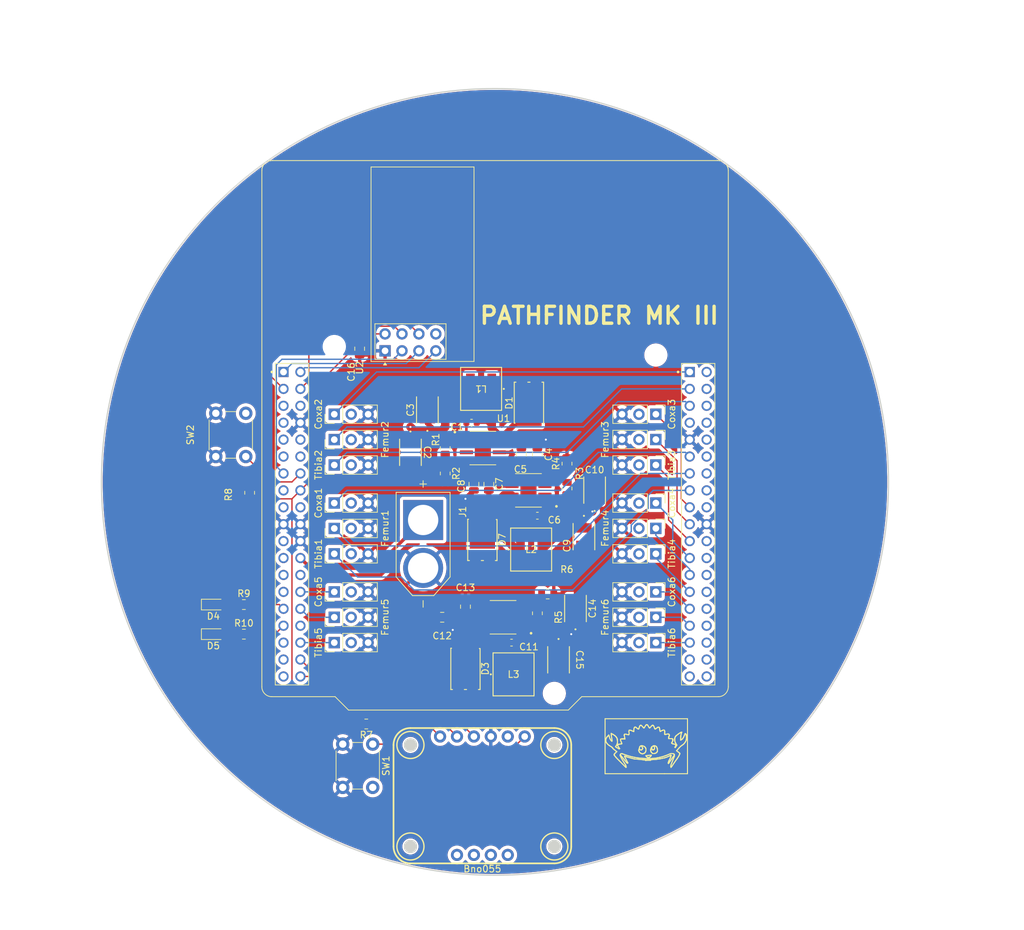
<source format=kicad_pcb>
(kicad_pcb (version 20241229) (generator "pcbnew") (generator_version "9.0")
  (layers (0 "F.Cu" signal) (4 "In1.Cu" signal) (6 "In2.Cu" signal) (2 "B.Cu" signal) (13 "F.Paste" user) (15 "B.Paste" user) (5 "F.SilkS" user "F.Silkscreen") (7 "B.SilkS" user "B.Silkscreen") (1 "F.Mask" user) (3 "B.Mask" user) (25 "Edge.Cuts" user))
  (net 0 "")
  (net 2 "GND")
  (net 5 "Net-(BuckConverterA1-FB)")
  (net 6 "Net-(BuckConverterA1-SW)")
  (net 7 "Net-(BuckConverterA1-Boot)")
  (net 8 "+BATT")
  (net 9 "Net-(BuckConverterB1-FB)")
  (net 12 "Net-(BuckConverterB1-SW)")
  (net 13 "Net-(BuckConverterB1-Boot)")
  (net 15 "Net-(BuckConverterC1-FB)")
  (net 17 "Net-(BuckConverterC1-SW)")
  (net 18 "Net-(BuckConverterC1-Boot)")
  (net 21 "+6VA")
  (net 22 "+6VB")
  (net 23 "+6VC")
  (net 24 "+3.3V")
  (net 25 "/PA_5")
  (net 26 "/PA_8")
  (net 27 "/PB_6")
  (net 28 "/PB_4")
  (net 29 "/PA_6")
  (net 30 "/PA_9")
  (net 31 "/PC_7")
  (net 32 "/PB_5")
  (net 33 "Net-(Bno055-RST)")
  (net 34 "Net-(U1A-CN7_RESET)")
  (net 35 "/SDA")
  (net 36 "/SCL")
  (net 37 "/PA_7")
  (net 38 "/PA_10")
  (net 39 "/PB_10")
  (net 40 "/PB_3")
  (net 54 "/MISO")
  (net 56 "/MOSI")
  (net 59 "/CSN")
  (net 61 "/CE")
  (net 67 "/SCK")
  (net 78 "/PA_0")
  (net 79 "/PB_8")
  (net 80 "/PA_1")
  (net 81 "/PB_9")
  (net 82 "/PB_0")
  (net 83 "Net-(D4-K)")
  (net 84 "Net-(D5-K)")
  (net 85 "/PH_0")
  (net 86 "/PH_1")
  (net 87 "/PC_9")
  (footprint "Button_Switch_THT:SW_PUSH_6mm_H9.5mm" (layer "F.Cu") (at 113.085 88.115 -90)
    (property "Reference" "SW2")
    (property "Value" "SW_Push")
  )
  (footprint "Connector_PinHeader_2.54mm:PinHeader_1x03_P2.54mm_Vertical" (layer "F.Cu") (at 126.365 88.265 90)
    (property "Reference" "Coxa2")
    (property "Value" "Motor_Servo")
  )
  (footprint "Capacitor_SMD:C_0805_2012Metric" (layer "F.Cu") (at 147.32 98.745 90)
    (property "Reference" "C8")
    (property "Value" "10uF")
  )
  (footprint "Capacitor_SMD:C_0805_2012Metric" (layer "F.Cu") (at 154.445 94.295 -90)
    (property "Reference" "C5")
    (property "Value" "10uF")
  )
  (footprint "Connector_PinHeader_2.54mm:PinHeader_1x03_P2.54mm_Vertical" (layer "F.Cu") (at 126.365 105.41 90)
    (property "Reference" "Femur1")
    (property "Value" "Motor_Servo")
  )
  (footprint "Connector_PinHeader_2.54mm:PinHeader_1x03_P2.54mm_Vertical" (layer "F.Cu") (at 126.365 122.555 90)
    (property "Reference" "Tibia5")
    (property "Value" "Motor_Servo" (hide yes))
  )
  (footprint "Resistor_SMD:R_0805_2012Metric" (layer "F.Cu") (at 131.1675 134.77 180)
    (property "Reference" "R7")
    (property "Value" "10k")
  )
  (footprint "LED_SMD:LED_miniPLCC_2315_Handsoldering" (layer "F.Cu") (at 108.22 121.285)
    (property "Reference" "D5")
    (property "Value" "LED")
  )
  (footprint "Resistor_SMD:R_0805_2012Metric" (layer "F.Cu") (at 112.8 116.84)
    (property "Reference" "R9")
    (property "Value" "500")
  )
  (footprint "Connector_PinHeader_2.54mm:PinHeader_1x03_P2.54mm_Vertical" (layer "F.Cu") (at 126.365 109.22 90)
    (property "Reference" "Tibia1")
    (property "Value" "Motor_Servo")
  )
  (footprint "RF_Module:nRF24L01_Breakout" (layer "F.Cu") (at 133.985 78.74 90)
    (property "Reference" "U2")
    (property "Value" "NRF24L01_Breakout")
  )
  (footprint "815:MBR1045S" (layer "F.Cu") (at 148.59 107.978 -90)
    (property "Reference" "D7")
    (property "Value" "D_Schottky")
  )
  (footprint "RT8289GSP:SOIC127P599X175-9N" (layer "F.Cu") (at 155.505 99.69 180)
    (property "Reference" "BuckConverterB1" (hide yes))
    (property "Value" "~")
  )
  (footprint "footprints2:CAP_TA_B2_PAN" (layer "F.Cu") (at 137.795 93.98 -90)
    (property "Reference" "C2")
    (property "Value" "47uF")
  )
  (footprint "footprints2:CAP_TA_B2_PAN" (layer "F.Cu") (at 140.335 87.63 90)
    (property "Reference" "C3")
    (property "Value" "47uF")
  )
  (footprint "LED_SMD:LED_miniPLCC_2315_Handsoldering" (layer "F.Cu") (at 108.22 116.84)
    (property "Reference" "D4")
    (property "Value" "LED")
  )
  (footprint "Resistor_SMD:R_0805_2012Metric" (layer "F.Cu") (at 156.845 118.1475 90)
    (property "Reference" "R5")
    (property "Value" "38k")
  )
  (footprint "footprints2:CAP_TA_B2_PAN" (layer "F.Cu") (at 163.83 106.641376 -90)
    (property "Reference" "C9")
    (property "Value" "47uF")
  )
  (footprint "Connector_PinHeader_2.54mm:PinHeader_1x03_P2.54mm_Vertical" (layer "F.Cu") (at 174.625 92.06 -90)
    (property "Reference" "Femur3")
    (property "Value" "Motor_Servo")
  )
  (footprint "Capacitor_SMD:C_0805_2012Metric" (layer "F.Cu") (at 149.557301 98.74 90)
    (property "Reference" "C7")
    (property "Value" "10uF")
  )
  (footprint "Resistor_SMD:R_0805_2012Metric" (layer "F.Cu") (at 143.015 93.345 -90)
    (property "Reference" "R1")
    (property "Value" "38k")
  )
  (footprint "Connector_PinHeader_2.54mm:PinHeader_1x03_P2.54mm_Vertical" (layer "F.Cu") (at 174.625 101.6 -90)
    (property "Reference" "Coxa4")
    (property "Value" "Motor_Servo")
  )
  (footprint "Button_Switch_THT:SW_PUSH_6mm_H9.5mm" (layer "F.Cu") (at 132.135 137.795 -90)
    (property "Reference" "SW1")
    (property "Value" "SW_Push")
  )
  (footprint "Resistor_SMD:R_0805_2012Metric" (layer "F.Cu") (at 158.3925 115.25)
    (property "Reference" "R6")
    (property "Value" "10k")
  )
  (footprint "Connector_PinHeader_2.54mm:PinHeader_1x03_P2.54mm_Vertical" (layer "F.Cu") (at 126.365 114.935 90)
    (property "Reference" "Coxa5")
    (property "Value" "Motor_Servo")
  )
  (footprint "NUCLEO-F446RE:MODULE_NUCLEO-F446RE" (layer "F.Cu") (at 150.495 91.425)
    (property "Reference" "U1")
    (property "Value" "NUCLEO-F446RE")
  )
  (footprint "Resistor_SMD:R_0805_2012Metric" (layer "F.Cu") (at 161.29 95.6825 90)
    (property "Reference" "R4")
    (property "Value" "10k")
  )
  (footprint "footprints:IND_EXL1V0505-100-R_COB" (layer "F.Cu") (at 153.267699 127.32)
    (property "Reference" "L3")
    (property "Value" "10uH")
  )
  (footprint "footprints2:CAP_TA_B2_PAN" (layer "F.Cu") (at 160.02 125.133624 -90)
    (property "Reference" "C15")
    (property "Value" "47uF")
  )
  (footprint "Connector_PinHeader_2.54mm:PinHeader_1x03_P2.54mm_Vertical" (layer "F.Cu") (at 174.625 95.885 -90)
    (property "Reference" "Tibia3")
    (property "Value" "Motor_Servo")
  )
  (footprint "Connector_PinHeader_2.54mm:PinHeader_1x03_P2.54mm_Vertical" (layer "F.Cu") (at 126.365 95.885 90)
    (property "Reference" "Tibia2")
    (property "Value" "Motor_Servo")
  )
  (footprint "footprints:IND_EXL1V0505-100-R_COB" (layer "F.Cu") (at 148.397699 84.455 180)
    (property "Reference" "L1")
    (property "Value" "10uH")
  )
  (footprint "Capacitor_SMD:C_0805_2012Metric" (layer "F.Cu") (at 146.05 117.155 90)
    (property "Reference" "C13")
    (property "Value" "10uF")
  )
  (footprint "XT60-M:AMASS_XT60-M" (layer "F.Cu") (at 139.7 107.74 -90)
    (property "Reference" "J1")
    (property "Value" "XT60-M")
  )
  (footprint "footprints2:CAP_TA_B2_PAN" (layer "F.Cu") (at 165.432301 99.656376 90)
    (property "Reference" "C10")
    (property "Value" "47uF")
  )
  (footprint "Connector_PinHeader_2.54mm:PinHeader_1x03_P2.54mm_Vertical" (layer "F.Cu") (at 174.625 88.265 -90)
    (property "Reference" "Coxa3")
    (property "Value" "Motor_Servo")
  )
  (footprint "RT8289GSP:SOIC127P599X175-9N" (layer "F.Cu") (at 151.695 118.745 180)
    (property "Reference" "BuckConverterC1" (hide yes))
    (property "Value" "~")
  )
  (footprint "Capacitor_SMD:C_0805_2012Metric" (layer "F.Cu") (at 130.175 78.425 -90)
    (property "Reference" "C16")
    (property "Value" "10uF")
  )
  (footprint "Resistor_SMD:R_0805_2012Metric" (layer "F.Cu") (at 113.665 100.0525 -90)
    (property "Reference" "R8")
    (property "Value" "10k")
  )
  (footprint "footprints2:CAP_TA_B2_PAN" (layer "F.Cu") (at 162.56 117.436376 90)
    (property "Reference" "C14")
    (property "Value" "47uF")
  )
  (footprint "Connector_PinHeader_2.54mm:PinHeader_1x03_P2.54mm_Vertical" (layer "F.Cu") (at 174.625 118.745 -90)
    (property "Reference" "Femur6")
    (property "Value" "Motor_Servo")
  )
  (footprint "Capacitor_SMD:C_0603_1608Metric" (layer "F.Cu") (at 152.965 122.555 180)
    (property "Reference" "C11")
    (property "Value" "0.1uF")
  )
  (footprint "Connector_PinHeader_2.54mm:PinHeader_1x03_P2.54mm_Vertical" (layer "F.Cu") (at 174.625 105.395 -90)
    (property "Reference" "Femur4")
    (property "Value" "Motor_Servo")
  )
  (footprint "815:BNO055" (layer "F.Cu") (at 147.955 147.955 180)
    (property "Reference" "Bno055")
    (property "Value" "~")
    (fp_poly (pts (xy 11.171108 9.933415) (xy 11.132251 9.738071) (xy 11.056032 9.554061) (xy 10.945379 9.388456) (xy 10.804544 9.247621) (xy 10.638939 9.136968) (xy 10.454929 9.060749) (xy 10.259585 9.021892) (xy 10.060415 9.021892) (xy 9.865071 9.060749) (xy 9.681061 9.136968) (xy 9.515456 9.247621) (xy 9.374621 9.388456) (xy 9.263968 9.554061) (xy 9.187749 9.738071) (xy 9.148892 9.933415) (xy 9.148892 10.132585) (xy 9.187749 10.327929) (xy 9.263968 10.511939) (xy 9.374621 10.677544) (xy 9.515456 10.818379) (xy 9.681061 10.929032) (xy 9.865071 11.005251) (xy 10.060415 11.044108) (xy 10.259585 11.044108) (xy 10.454929 11.005251) (xy 10.638939 10.929032) (xy 10.804544 10.818379) (xy 10.945379 10.677544) (xy 11.056032 10.511939) (xy 11.132251 10.327929) (xy 11.171108 10.132585)) (fill yes) (layer "Edge.Cuts"))
    (fp_poly (pts (xy 11.171108 -5.306585) (xy 11.132251 -5.501929) (xy 11.056032 -5.685939) (xy 10.945379 -5.851544) (xy 10.804544 -5.992379) (xy 10.638939 -6.103032) (xy 10.454929 -6.179251) (xy 10.259585 -6.218108) (xy 10.060415 -6.218108) (xy 9.865071 -6.179251) (xy 9.681061 -6.103032) (xy 9.515456 -5.992379) (xy 9.374621 -5.851544) (xy 9.263968 -5.685939) (xy 9.187749 -5.501929) (xy 9.148892 -5.306585) (xy 9.148892 -5.107415) (xy 9.187749 -4.912071) (xy 9.263968 -4.728061) (xy 9.374621 -4.562456) (xy 9.515456 -4.421621) (xy 9.681061 -4.310968) (xy 9.865071 -4.234749) (xy 10.060415 -4.195892) (xy 10.259585 -4.195892) (xy 10.454929 -4.234749) (xy 10.638939 -4.310968) (xy 10.804544 -4.421621) (xy 10.945379 -4.562456) (xy 11.056032 -4.728061) (xy 11.132251 -4.912071) (xy 11.171108 -5.107415)) (fill yes) (layer "Edge.Cuts"))
    (fp_poly (pts (xy -10.418892 9.933415) (xy -10.457749 9.738071) (xy -10.533968 9.554061) (xy -10.644621 9.388456) (xy -10.785456 9.247621) (xy -10.951061 9.136968) (xy -11.135071 9.060749) (xy -11.330415 9.021892) (xy -11.529585 9.021892) (xy -11.724929 9.060749) (xy -11.908939 9.136968) (xy -12.074544 9.247621) (xy -12.215379 9.388456) (xy -12.326032 9.554061) (xy -12.402251 9.738071) (xy -12.441108 9.933415) (xy -12.441108 10.132585) (xy -12.402251 10.327929) (xy -12.326032 10.511939) (xy -12.215379 10.677544) (xy -12.074544 10.818379) (xy -11.908939 10.929032) (xy -11.724929 11.005251) (xy -11.529585 11.044108) (xy -11.330415 11.044108) (xy -11.135071 11.005251) (xy -10.951061 10.929032) (xy -10.785456 10.818379) (xy -10.644621 10.677544) (xy -10.533968 10.511939) (xy -10.457749 10.327929) (xy -10.418892 10.132585)) (fill yes) (layer "Edge.Cuts"))
    (fp_poly (pts (xy -10.418892 -5.306585) (xy -10.457749 -5.501929) (xy -10.533968 -5.685939) (xy -10.644621 -5.851544) (xy -10.785456 -5.992379) (xy -10.951061 -6.103032) (xy -11.135071 -6.179251) (xy -11.330415 -6.218108) (xy -11.529585 -6.218108) (xy -11.724929 -6.179251) (xy -11.908939 -6.103032) (xy -12.074544 -5.992379) (xy -12.215379 -5.851544) (xy -12.326032 -5.685939) (xy -12.402251 -5.501929) (xy -12.441108 -5.306585) (xy -12.441108 -5.107415) (xy -12.402251 -4.912071) (xy -12.326032 -4.728061) (xy -12.215379 -4.562456) (xy -12.074544 -4.421621) (xy -11.908939 -4.310968) (xy -11.724929 -4.234749) (xy -11.529585 -4.195892) (xy -11.330415 -4.195892) (xy -11.135071 -4.234749) (xy -10.951061 -4.310968) (xy -10.785456 -4.421621) (xy -10.644621 -4.562456) (xy -10.533968 -4.728061) (xy -10.457749 -4.912071) (xy -10.418892 -5.107415)) (fill yes) (layer "Edge.Cuts"))
  )
  (footprint "Connector_PinHeader_2.54mm:PinHeader_1x03_P2.54mm_Vertical" (layer "F.Cu") (at 174.625 109.22 -90)
    (property "Reference" "Tibia4")
    (property "Value" "Motor_Servo")
  )
  (footprint "Capacitor_SMD:C_0603_1608Metric" (layer "F.Cu") (at 156.845 103.5 180)
    (property "Reference" "C6")
    (property "Value" "0.1uF")
  )
  (footprint "Connector_PinHeader_2.54mm:PinHeader_1x03_P2.54mm_Vertical" (layer "F.Cu") (at 174.625 114.935 -90)
    (property "Reference" "Coxa6")
    (property "Value" "Motor_Servo")
  )
  (footprint "Capacitor_SMD:C_0805_2012Metric" (layer "F.Cu") (at 156.845 94.295 -90)
    (property "Reference" "C4")
    (property "Value" "10uF")
  )
  (footprint "footprints:IND_EXL1V0505-100-R_COB" (layer "F.Cu") (at 155.907301 108.58)
    (property "Reference" "L2")
    (property "Value" "10uH")
  )
  (footprint "Capacitor_SMD:C_0805_2012Metric" (layer "F.Cu") (at 142.56 118.745 180)
    (property "Reference" "C12")
    (property "Value" "10uF")
  )
  (footprint "815:MBR1045S" (layer "F.Cu") (at 155.575 85.697 90)
    (property "Reference" "D1")
    (property "Value" "D_Schottky")
  )
  (footprint "Resistor_SMD:R_0805_2012Metric" (layer "F.Cu") (at 161.29 99.4125 90)
    (property "Reference" "R3")
    (property "Value" "38k")
  )
  (footprint "815:MBR1045S" (layer "F.Cu") (at 146.05 127.343 -90)
    (property "Reference" "D3")
    (property "Value" "D_Schottky")
  )
  (footprint "Connector_PinHeader_2.54mm:PinHeader_1x03_P2.54mm_Vertical" (layer "F.Cu") (at 126.365 101.6 90)
    (property "Reference" "Coxa1")
    (property "Value" "Motor_Servo")
  )
  (footprint "Resistor_SMD:R_0805_2012Metric" (layer "F.Cu") (at 112.8 121.285)
    (property "Reference" "R10")
    (property "Value" "500")
  )
  (footprint "Connector_PinHeader_2.54mm:PinHeader_1x03_P2.54mm_Vertical" (layer "F.Cu") (at 174.625 122.555 -90)
    (property "Reference" "Tibia6")
    (property "Value" "Motor_Servo")
  )
  (footprint "Resistor_SMD:R_0805_2012Metric" (layer "F.Cu") (at 143.015 97.155 -90)
    (property "Reference" "R2")
    (property "Value" "10k")
  )
  (footprint "Capacitor_SMD:C_0603_1608Metric" (layer "F.Cu") (at 146.965 89.535)
    (property "Reference" "C1")
    (property "Value" "0.1uF")
  )
  (footprint "Connector_PinHeader_2.54mm:PinHeader_1x03_P2.54mm_Vertical" (layer "F.Cu") (at 126.365 118.745 90)
    (property "Reference" "Femur5")
    (property "Value" "Motor_Servo")
  )
  (footprint "Connector_PinHeader_2.54mm:PinHeader_1x03_P2.54mm_Vertical" (layer "F.Cu") (at 126.365 92.075 90)
    (property "Reference" "Femur2")
    (property "Value" "Motor_Servo")
  )
  (footprint "RT8289GSP:SOIC127P599X175-9N" (layer "F.Cu") (at 148.66 93.345)
    (property "Reference" "BuckConverterA1" (hide yes))
    (property "Value" "~")
  )
  (gr_line (start 174.897895 139.850514) (end 175.261249 139.775318) (stroke (width 0.1524)) (layer "F.SilkS"))
  (gr_line (start 173.370547 139.786296) (end 173.278162 139.729036) (stroke (width 0.1524)) (layer "F.SilkS"))
  (gr_line (start 172.702038 139.233226) (end 172.596282 139.242324) (stroke (width 0.1524)) (layer "F.SilkS"))
  (gr_line (start 168.280503 138.550714) (end 168.206146 138.475714) (stroke (width 0.1524)) (layer "F.SilkS"))
  (gr_line (start 176.650648 140.163568) (end 176.760988 139.947145) (stroke (width 0.1524)) (layer "F.SilkS"))
  (gr_line (start 177.535953 138.304419) (end 177.754687 137.975427) (stroke (width 0.1524)) (layer "F.SilkS"))
  (gr_line (start 172.015233 135.527198) (end 171.966909 135.522395) (stroke (width 0.1524)) (layer "F.SilkS"))
  (gr_line (start 174.231827 138.068649) (end 174.388978 138.039671) (stroke (width 0.1524)) (layer "F.SilkS"))
  (gr_line (start 168.929118 138.075483) (end 168.890395 137.990174) (stroke (width 0.1524)) (layer "F.SilkS"))
  (gr_line (start 176.67126 139.287661) (end 176.325738 139.438343) (stroke (width 0.1524)) (layer "F.SilkS"))
  (gr_line (start 177.339679 140.652166) (end 177.565173 140.326968) (stroke (width 0.1524)) (layer "F.SilkS"))
  (gr_line (start 173.13674 138.758154) (end 173.083304 138.94454) (stroke (width 0.1524)) (layer "F.SilkS"))
  (gr_line (start 176.300309 136.288427) (end 176.41573 136.272568) (stroke (width 0.1524)) (layer "F.SilkS"))
  (gr_line (start 168.753711 138.921781) (end 168.280503 138.550714) (stroke (width 0.1524)) (layer "F.SilkS"))
  (gr_line (start 174.828929 138.929922) (end 174.863156 138.824069) (stroke (width 0.1524)) (layer "F.SilkS"))
  (gr_line (start 177.735298 137.876255) (end 177.591791 137.638835) (stroke (width 0.1524)) (layer "F.SilkS"))
  (gr_line (start 167.841964 137.161254) (end 167.959374 137.316467) (stroke (width 0.1524)) (layer "F.SilkS"))
  (gr_line (start 174.159808 139.947425) (end 173.785544 139.969877) (stroke (width 0.1524)) (layer "F.SilkS"))
  (gr_line (start 173.714522 139.974138) (end 173.785544 139.969877) (stroke (width 0.1524)) (layer "F.SilkS"))
  (gr_line (start 176.303879 139.723986) (end 176.678477 139.565248) (stroke (width 0.1524)) (layer "F.SilkS"))
  (gr_line (start 170.505171 136.385736) (end 170.405292 136.370708) (stroke (width 0.1524)) (layer "F.SilkS"))
  (gr_line (start 173.845329 138.633359) (end 173.867901 138.529198) (stroke (width 0.1524)) (layer "F.SilkS"))
  (gr_line (start 167.780081 138.096754) (end 167.981071 138.218922) (stroke (width 0.1524)) (layer "F.SilkS"))
  (gr_line (start 174.183874 134.965922) (end 174.098406 134.972635) (stroke (width 0.1524)) (layer "F.SilkS"))
  (gr_line (start 177.040391 137.704139) (end 177.172465 137.748834) (stroke (width 0.1524)) (layer "F.SilkS"))
  (gr_line (start 169.848974 140.553576) (end 170.084817 140.932366) (stroke (width 0.1524)) (layer "F.SilkS"))
  (gr_line (start 176.597456 136.317674) (end 176.640092 136.398035) (stroke (width 0.1524)) (layer "F.SilkS"))
  (gr_line (start 178.133728 139.091132) (end 178.186202 139.137638) (stroke (width 0.1524)) (layer "F.SilkS"))
  (gr_line (start 177.755698 137.928692) (end 177.754687 137.975427) (stroke (width 0.1524)) (layer "F.SilkS"))
  (gr_line (start 176.41573 136.272568) (end 176.300309 136.288427) (stroke (width 0.1524)) (layer "F.SilkS"))
  (gr_line (start 172.288292 139.120644) (end 172.385246 139.185256) (stroke (width 0.1524)) (layer "F.SilkS"))
  (gr_line (start 178.001791 136.275209) (end 177.704616 136.502717) (stroke (width 0.1524)) (layer "F.SilkS"))
  (gr_line (start 174.44907 135.443697) (end 174.476465 135.497743) (stroke (width 0.1524)) (layer "F.SilkS"))
  (gr_line (start 167.841964 137.161254) (end 167.744421 136.996114) (stroke (width 0.1524)) (layer "F.SilkS"))
  (gr_line (start 167.441215 137.853742) (end 167.603303 137.983303) (stroke (width 0.1524)) (layer "F.SilkS"))
  (gr_line (start 172.794562 138.099944) (end 172.933392 138.179584) (stroke (width 0.1524)) (layer "F.SilkS"))
  (gr_line (start 179.106305 136.256119) (end 179.16186 136.330152) (stroke (width 0.1524)) (layer "F.SilkS"))
  (gr_line (start 175.295178 139.989751) (end 174.660841 140.081379) (stroke (width 0.1524)) (layer "F.SilkS"))
  (gr_line (start 170.02552 141.185034) (end 170.126197 141.276059) (stroke (width 0.1524)) (layer "F.SilkS"))
  (gr_line (start 172.975287 139.095342) (end 173.039209 139.02361) (stroke (width 0.1524)) (layer "F.SilkS"))
  (gr_line (start 174.202467 138.673016) (end 174.112357 138.644441) (stroke (width 0.1524)) (layer "F.SilkS"))
  (gr_line (start 168.619249 138.219613) (end 168.656175 138.253328) (stroke (width 0.1524)) (layer "F.SilkS"))
  (gr_line (start 169.2644 139.438389) (end 169.259915 139.503831) (stroke (width 0.1524)) (layer "F.SilkS"))
  (gr_line (start 173.589506 135.270846) (end 173.43221 134.997179) (stroke (width 0.1524)) (layer "F.SilkS"))
  (gr_line (start 169.610957 140.175931) (end 169.428705 139.84355) (stroke (width 0.1524)) (layer "F.SilkS"))
  (gr_line (start 177.754687 137.975427) (end 177.535953 138.304419) (stroke (width 0.1524)) (layer "F.SilkS"))
  (gr_line (start 177.483003 137.394149) (end 177.52676 137.518894) (stroke (width 0.1524)) (layer "F.SilkS"))
  (gr_line (start 170.02552 141.185034) (end 168.883216 140.040843) (stroke (width 0.1524)) (layer "F.SilkS"))
  (gr_line (start 176.891727 141.278413) (end 177.011337 141.144469) (stroke (width 0.1524)) (layer "F.SilkS"))
  (gr_line (start 172.08436 135.432103) (end 172.193675 135.097332) (stroke (width 0.1524)) (layer "F.SilkS"))
  (gr_line (start 171.904876 135.484742) (end 171.966909 135.522395) (stroke (width 0.1524)) (layer "F.SilkS"))
  (gr_line (start 179.16186 136.330152) (end 179.188634 136.413558) (stroke (width 0.1524)) (layer "F.SilkS"))
  (gr_line (start 173.911981 138.963366) (end 173.867723 138.860126) (stroke (width 0.1524)) (layer "F.SilkS"))
  (gr_line (start 177.405907 139.383474) (end 177.387297 139.456232) (stroke (width 0.1524)) (layer "F.SilkS"))
  (gr_line (start 173.714522 139.974138) (end 174.159808 139.947425) (stroke (width 0.1524)) (layer "F.SilkS"))
  (gr_line (start 175.975405 139.569602) (end 176.325738 139.438343) (stroke (width 0.1524)) (layer "F.SilkS"))
  (gr_line (start 168.852392 137.184599) (end 168.864626 137.414954) (stroke (width 0.1524)) (layer "F.SilkS"))
  (gr_line (start 174.021062 138.481337) (end 174.043386 138.556171) (stroke (width 0.1524)) (layer "F.SilkS"))
  (gr_line (start 171.562722 135.23342) (end 171.509288 135.226428) (stroke (width 0.1524)) (layer "F.SilkS"))
  (gr_line (start 173.297964 134.877525) (end 173.252357 134.870932) (stroke (width 0.1524)) (layer "F.SilkS"))
  (gr_line (start 172.196052 139.897242) (end 171.531976 139.806365) (stroke (width 0.1524)) (layer "F.SilkS"))
  (gr_line (start 167.122002 137.394135) (end 167.094922 137.254813) (stroke (width 0.1524)) (layer "F.SilkS"))
  (gr_line (start 173.867723 138.860126) (end 173.844375 138.748782) (stroke (width 0.1524)) (layer "F.SilkS"))
  (gr_line (start 177.730834 138.788758) (end 178.128396 138.345169) (stroke (width 0.1524)) (layer "F.SilkS"))
  (gr_line (start 174.762297 138.267521) (end 174.817439 138.410913) (stroke (width 0.1524)) (layer "F.SilkS"))
  (gr_line (start 173.111972 138.42617) (end 173.145211 138.583813) (stroke (width 0.1524)) (layer "F.SilkS"))
  (gr_line (start 179.370549 142.237655) (end 175.929702 142.237659) (stroke (width 0.1524)) (layer "F.SilkS"))
  (gr_line (start 178.310661 136.062223) (end 178.390524 136.033972) (stroke (width 0.1524)) (layer "F.SilkS"))
  (gr_line (start 169.399781 139.533172) (end 170.259664 140.59665) (stroke (width 0.1524)) (layer "F.SilkS"))
  (gr_line (start 178.017981 139.677299) (end 178.112564 139.502589) (stroke (width 0.1524)) (layer "F.SilkS"))
  (gr_line (start 168.070524 138.294023) (end 167.981071 138.218922) (stroke (width 0.1524)) (layer "F.SilkS"))
  (gr_line (start 168.883216 140.040843) (end 170.02552 141.185034) (stroke (width 0.1524)) (layer "F.SilkS"))
  (gr_line (start 177.603007 137.929423) (end 177.608209 138.021034) (stroke (width 0.1524)) (layer "F.SilkS"))
  (gr_line (start 173.574938 139.806396) (end 173.470484 139.812126) (stroke (width 0.1524)) (layer "F.SilkS"))
  (gr_line (start 167.998558 137.343517) (end 167.959374 137.316467) (stroke (width 0.1524)) (layer "F.SilkS"))
  (gr_line (start 171.531976 139.806365) (end 172.196052 139.897242) (stroke (width 0.1524)) (layer "F.SilkS"))
  (gr_line (start 172.071223 138.778314) (end 172.097409 138.871988) (stroke (width 0.1524)) (layer "F.SilkS"))
  (gr_line (start 177.396604 139.622361) (end 177.049559 140.510496) (stroke (width 0.1524)) (layer "F.SilkS"))
  (gr_line (start 177.010326 137.586442) (end 177.01141 137.653196) (stroke (width 0.1524)) (layer "F.SilkS"))
  (gr_line (start 168.387123 139.459374) (end 168.369439 139.385497) (stroke (width 0.1524)) (layer "F.SilkS"))
  (gr_line (start 170.588968 135.771212) (end 170.617364 135.723086) (stroke (width 0.1524)) (layer "F.SilkS"))
  (gr_line (start 169.259915 139.503831) (end 169.265289 139.440499) (stroke (width 0.1524)) (layer "F.SilkS"))
  (gr_line (start 178.49349 137.109442) (end 178.610466 137.007271) (stroke (width 0.1524)) (layer "F.SilkS"))
  (gr_line (start 174.53067 139.90776) (end 174.159808 139.947425) (stroke (width 0.1524)) (layer "F.SilkS"))
  (gr_line (start 177.061925 137.502058) (end 177.010326 137.586442) (stroke (width 0.1524)) (layer "F.SilkS"))
  (gr_line (start 175.620498 139.681804) (end 175.261249 139.775318) (stroke (width 0.1524)) (layer "F.SilkS"))
  (gr_line (start 177.52676 137.518894) (end 177.591791 137.638835) (stroke (width 0.1524)) (layer "F.SilkS"))
  (gr_line (start 173.844375 138.748782) (end 173.845329 138.633359) (stroke (width 0.1524)) (layer "F.SilkS"))
  (gr_line (start 170.605807 136.214551) (end 170.598895 136.313429) (stroke (width 0.1524)) (layer "F.SilkS"))
  (gr_line (start 172.082418 138.588253) (end 172.065814 138.682987) (stroke (width 0.1524)) (layer "F.SilkS"))
  (gr_line (start 168.845512 137.676921) (end 168.865049 137.547953) (stroke (width 0.1524)) (layer "F.SilkS"))
  (gr_line (start 177.198399 139.719192) (end 177.292402 139.593153) (stroke (width 0.1524)) (layer "F.SilkS"))
  (gr_line (start 174.296435 138.643952) (end 174.202467 138.673016) (stroke (width 0.1524)) (layer "F.SilkS"))
  (gr_line (start 177.145318 137.037133) (end 177.118516 137.378688) (stroke (width 0.1524)) (layer "F.SilkS"))
  (gr_line (start 172.64042 138.364828) (end 172.639701 138.448961) (stroke (width 0.1524)) (layer "F.SilkS"))
  (gr_line (start 178.576598 137.954435) (end 178.750865 137.826142) (stroke (width 0.1524)) (layer "F.SilkS"))
  (gr_line (start 169.570182 137.008485) (end 169.407081 137.025556) (stroke (width 0.1524)) (layer "F.SilkS"))
  (gr_line (start 177.565173 140.326968) (end 177.799958 140.007701) (stroke (width 0.1524)) (layer "F.SilkS"))
  (gr_line (start 174.011156 138.400033) (end 174.021062 138.481337) (stroke (width 0.1524)) (layer "F.SilkS"))
  (gr_line (start 173.38848 139.973847) (end 173.785544 139.969877) (stroke (width 0.1524)) (layer "F.SilkS"))
  (gr_line (start 173.194847 140.221206) (end 173.051113 140.221328) (stroke (width 0.1524)) (layer "F.SilkS"))
  (gr_line (start 170.16958 141.252965) (end 170.126197 141.276059) (stroke (width 0.1524)) (layer "F.SilkS"))
  (gr_line (start 171.573818 140.03742) (end 171.421671 140.027408) (stroke (width 0.1524)) (layer "F.SilkS"))
  (gr_line (start 173.890167 139.590217) (end 173.951041 139.453084) (stroke (width 0.1524)) (layer "F.SilkS"))
  (gr_line (start 172.594729 138.546479) (end 172.639701 138.448961) (stroke (width 0.1524)) (layer "F.SilkS"))
  (gr_line (start 172.196052 139.897242) (end 172.990548 139.959684) (stroke (width 0.1524)) (layer "F.SilkS"))
  (gr_line (start 168.432579 139.532154) (end 168.387123 139.459374) (stroke (width 0.1524)) (layer "F.SilkS"))
  (gr_line (start 168.753711 138.921781) (end 168.447007 139.224204) (stroke (width 0.1524)) (layer "F.SilkS"))
  (gr_line (start 177.292998 139.265757) (end 177.135501 139.21833) (stroke (width 0.1524)) (layer "F.SilkS"))
  (gr_line (start 169.293263 139.371304) (end 169.351763 139.267839) (stroke (width 0.1524)) (layer "F.SilkS"))
  (gr_line (start 177.478621 138.267922) (end 177.569931 138.112679) (stroke (width 0.1524)) (layer "F.SilkS"))
  (gr_line (start 173.81558 140.201316) (end 173.815943 140.221084) (stroke (width 0.1524)) (layer "F.SilkS"))
  (gr_line (start 170.789635 135.701041) (end 170.914938 135.740929) (stroke (width 0.1524)) (layer "F.SilkS"))
  (gr_line (start 175.823301 135.682145) (end 175.869087 135.701243) (stroke (width 0.1524)) (layer "F.SilkS"))
  (gr_line (start 168.456395 136.507528) (end 168.207426 136.3433) (stroke (width 0.1524)) (layer "F.SilkS"))
  (gr_line (start 177.54108 136.697187) (end 177.491695 136.804503) (stroke (width 0.1524)) (layer "F.SilkS"))
  (gr_line (start 176.41573 136.272568) (end 176.529814 136.276205) (stroke (width 0.1524)) (layer "F.SilkS"))
  (gr_line (start 172.483226 135.016246) (end 172.402683 134.97064) (stroke (width 0.1524)) (layer "F.SilkS"))
  (gr_line (start 172.24267 135.016499) (end 172.193675 135.097332) (stroke (width 0.1524)) (layer "F.SilkS"))
  (gr_line (start 172.596282 139.242324) (end 172.489436 139.227443) (stroke (width 0.1524)) (layer "F.SilkS"))
  (gr_line (start 175.073455 135.250232) (end 175.140002 135.30863) (stroke (width 0.1524)) (layer "F.SilkS"))
  (gr_line (start 177.475521 137.803685) (end 177.309154 137.781477) (stroke (width 0.1524)) (layer "F.SilkS"))
  (gr_line (start 176.872781 141.060091) (end 176.87387 141.165715) (stroke (width 0.1524)) (layer "F.SilkS"))
  (gr_line (start 172.317419 134.972497) (end 172.24267 135.016499) (stroke (width 0.1524)) (layer "F.SilkS"))
  (gr_line (start 177.011337 141.144469) (end 177.339679 140.652166) (stroke (width 0.1524)) (layer "F.SilkS"))
  (gr_line (start 167.981071 138.218922) (end 167.780081 138.096754) (stroke (width 0.1524)) (layer "F.SilkS"))
  (gr_line (start 177.446992 137.033329) (end 177.461046 136.916948) (stroke (width 0.1524)) (layer "F.SilkS"))
  (gr_line (start 169.428705 139.84355) (end 169.259915 139.503831) (stroke (width 0.1524)) (layer "F.SilkS"))
  (gr_line (start 177.557665 137.852192) (end 177.475521 137.803685) (stroke (width 0.1524)) (layer "F.SilkS"))
  (gr_line (start 174.430944 138.34815) (end 174.428688 138.418325) (stroke (width 0.1524)) (layer "F.SilkS"))
  (gr_line (start 167.670053 136.819395) (end 167.622165 136.629447) (stroke (width 0.1524)) (layer "F.SilkS"))
  (gr_line (start 176.872781 141.060091) (end 176.908846 140.865465) (stroke (width 0.1524)) (layer "F.SilkS"))
  (gr_line (start 170.141594 139.668288) (end 170.319408 139.734494) (stroke (width 0.1524)) (layer "F.SilkS"))
  (gr_line (start 178.349566 137.195309) (end 178.349698 136.895258) (stroke (width 0.1524)) (layer "F.SilkS"))
  (gr_line (start 178.349698 136.895258) (end 178.349566 137.195309) (stroke (width 0.1524)) (layer "F.SilkS"))
  (gr_line (start 171.729437 140.03679) (end 172.396637 140.111848) (stroke (width 0.1524)) (layer "F.SilkS"))
  (gr_line (start 168.144898 138.389108) (end 168.206146 138.475714) (stroke (width 0.1524)) (layer "F.SilkS"))
  (gr_line (start 177.292998 139.265757) (end 177.348835 139.293882) (stroke (width 0.1524)) (layer "F.SilkS"))
  (gr_line (start 169.13433 138.490807) (end 169.191042 138.471889) (stroke (width 0.1524)) (layer "F.SilkS"))
  (gr_line (start 167.235048 136.808246) (end 167.157082 136.952387) (stroke (width 0.1524)) (layer "F.SilkS"))
  (gr_line (start 171.33602 135.486509) (end 171.30171 135.911814) (stroke (width 0.1524)) (layer "F.SilkS"))
  (gr_line (start 174.002594 138.223576) (end 174.222318 138.070911) (stroke (width 0.1524)) (layer "F.SilkS"))
  (gr_line (start 179.218096 136.896294) (end 179.196476 136.487288) (stroke (width 0.1524)) (layer "F.SilkS"))
  (gr_line (start 174.723128 138.200744) (end 174.67156 138.144634) (stroke (width 0.1524)) (layer "F.SilkS"))
  (gr_line (start 178.390524 136.033972) (end 178.310661 136.062223) (stroke (width 0.1524)) (layer "F.SilkS"))
  (gr_line (start 177.010326 137.586442) (end 177.062813 137.501065) (stroke (width 0.1524)) (layer "F.SilkS"))
  (gr_line (start 173.297964 134.877525) (end 173.343489 134.900701) (stroke (width 0.1524)) (layer "F.SilkS"))
  (gr_line (start 167.328408 136.678253) (end 167.560936 136.428279) (stroke (width 0.1524)) (layer "F.SilkS"))
  (gr_line (start 171.30171 135.911814) (end 170.914938 135.740929) (stroke (width 0.1524)) (layer "F.SilkS"))
  (gr_line (start 176.11509 139.797388) (end 175.922536 139.85523) (stroke (width 0.1524)) (layer "F.SilkS"))
  (gr_line (start 172.241006 138.612494) (end 172.296775 138.663391) (stroke (width 0.1524)) (layer "F.SilkS"))
  (gr_line (start 176.922171 136.966578) (end 177.010059 136.96804) (stroke (width 0.1524)) (layer "F.SilkS"))
  (gr_line (start 172.097409 138.871988) (end 172.143139 138.961765) (stroke (width 0.1524)) (layer "F.SilkS"))
  (gr_line (start 174.419193 138.280253) (end 174.352153 138.159078) (stroke (width 0.1524)) (layer "F.SilkS"))
  (gr_line (start 174.77114 139.018902) (end 174.828929 138.929922) (stroke (width 0.1524)) (layer "F.SilkS"))
  (gr_line (start 176.649855 136.492708) (end 176.640092 136.398035) (stroke (width 0.1524)) (layer "F.SilkS"))
  (gr_line (start 178.212348 139.187254) (end 178.214048 139.245699) (stroke (width 0.1524)) (layer "F.SilkS"))
  (gr_line (start 179.196476 136.487288) (end 179.188634 136.413558) (stroke (width 0.1524)) (layer "F.SilkS"))
  (gr_line (start 173.995145 138.228974) (end 174.011156 138.400033) (stroke (width 0.1524)) (layer "F.SilkS"))
  (gr_line (start 172.545239 138.204056) (end 172.64042 138.364828) (stroke (width 0.1524)) (layer "F.SilkS"))
  (gr_line (start 170.259664 140.59665) (end 170.3114 140.631662) (stroke (width 0.1524)) (layer "F.SilkS"))
  (gr_line (start 174.660841 140.081379) (end 175.295178 139.989751) (stroke (width 0.1524)) (layer "F.SilkS"))
  (gr_line (start 173.911981 138.963366) (end 173.973759 139.054475) (stroke (width 0.1524)) (layer "F.SilkS"))
  (gr_line (start 174.112357 138.644441) (end 174.074149 138.607896) (stroke (width 0.1524)) (layer "F.SilkS"))
  (gr_line (start 178.610466 137.007271) (end 178.49349 137.109442) (stroke (width 0.1524)) (layer "F.SilkS"))
  (gr_line (start 174.21281 138.073172) (end 173.98627 138.222595) (stroke (width 0.1524)) (layer "F.SilkS"))
  (gr_line (start 177.396604 139.622361) (end 177.404031 139.550402) (stroke (width 0.1524)) (layer "F.SilkS"))
  (gr_line (start 170.879702 139.664423) (end 170.238452 139.476839) (stroke (width 0.1524)) (layer "F.SilkS"))
  (gr_line (start 171.30171 135.911814) (end 171.33602 135.486509) (stroke (width 0.1524)) (layer "F.SilkS"))
  (gr_line (start 176.975809 140.685335) (end 177.049559 140.510496) (stroke (width 0.1524)) (layer "F.SilkS"))
  (gr_line (start 173.343489 134.900701) (end 173.297964 134.877525) (stroke (width 0.1524)) (layer "F.SilkS"))
  (gr_line (start 175.823301 135.682145) (end 175.769785 135.677314) (stroke (width 0.1524)) (layer "F.SilkS"))
  (gr_line (start 170.617364 135.723086) (end 170.588968 135.771212) (stroke (width 0.1524)) (layer "F.SilkS"))
  (gr_line (start 168.604474 138.179285) (end 168.619249 138.219613) (stroke (width 0.1524)) (layer "F.SilkS"))
  (gr_line (start 168.883216 140.040843) (end 168.650549 139.792788) (stroke (width 0.1524)) (layer "F.SilkS"))
  (gr_line (start 169.930371 139.616) (end 169.977854 139.751965) (stroke (width 0.1524)) (layer "F.SilkS"))
  (gr_line (start 169.570182 137.008485) (end 169.734652 137.004404) (stroke (width 0.1524)) (layer "F.SilkS"))
  (gr_line (start 174.376978 138.559304) (end 174.410852 138.489292) (stroke (width 0.1524)) (layer "F.SilkS"))
  (gr_line (start 169.407081 137.025556) (end 169.570182 137.008485) (stroke (width 0.1524)) (layer "F.SilkS"))
  (gr_line (start 177.730834 138.788758) (end 178.133728 139.091132) (stroke (width 0.1524)) (layer "F.SilkS"))
  (gr_line (start 168.929118 138.075483) (end 169.191042 138.471889) (stroke (width 0.1524)) (layer "F.SilkS"))
  (gr_line (start 174.012087 138.399358) (end 174.002594 138.223576) (stroke (width 0.1524)) (layer "F.SilkS"))
  (gr_line (start 169.34838 137.050256) (end 169.407081 137.025556) (stroke (width 0.1524)) (layer "F.SilkS"))
  (gr_line (start 173.05132 140.201316) (end 173.051113 140.221328) (stroke (width 0.1524)) (layer "F.SilkS"))
  (gr_line (start 175.295178 139.989751) (end 175.922536 139.85523) (stroke (width 0.1524)) (layer "F.SilkS"))
  (gr_line (start 169.734652 137.004404) (end 169.978991 137.033753) (stroke (width 0.1524)) (layer "F.SilkS"))
  (gr_line (start 174.541536 138.066795) (end 174.671857 138.144564) (stroke (width 0.1524)) (layer "F.SilkS"))
  (gr_line (start 169.412723 139.216224) (end 169.350263 139.264279) (stroke (width 0.1524)) (layer "F.SilkS"))
  (gr_line (start 169.090963 138.494221) (end 168.656175 138.253328) (stroke (width 0.1524)) (layer "F.SilkS"))
  (gr_line (start 174.468351 139.190092) (end 174.589656 139.148437) (stroke (width 0.1524)) (layer "F.SilkS"))
  (gr_line (start 172.015233 135.527198) (end 172.05325 135.497613) (stroke (width 0.1524)) (layer "F.SilkS"))
  (gr_line (start 171.419184 135.28834) (end 171.461323 135.246162) (stroke (width 0.1524)) (layer "F.SilkS"))
  (gr_line (start 178.128396 138.345169) (end 178.336827 138.135113) (stroke (width 0.1524)) (layer "F.SilkS"))
  (gr_line (start 167.966916 136.687164) (end 167.937945 136.445564) (stroke (width 0.1524)) (layer "F.SilkS"))
  (gr_line (start 177.145318 137.037133) (end 177.193221 137.1092) (stroke (width 0.1524)) (layer "F.SilkS"))
  (gr_line (start 173.867723 138.860126) (end 173.911981 138.963366) (stroke (width 0.1524)) (layer "F.SilkS"))
  (gr_line (start 177.011337 141.144469) (end 176.891727 141.278413) (stroke (width 0.1524)) (layer "F.SilkS"))
  (gr_line (start 169.512973 137.738253) (end 169.478888 137.596158) (stroke (width 0.1524)) (layer "F.SilkS"))
  (gr_line (start 177.799958 140.007701) (end 177.565173 140.326968) (stroke (width 0.1524)) (layer "F.SilkS"))
  (gr_line (start 172.785311 135.340892) (end 172.829687 135.358574) (stroke (width 0.1524)) (layer "F.SilkS"))
  (gr_line (start 174.098406 134.972635) (end 174.010878 135.032122) (stroke (width 0.1524)) (layer "F.SilkS"))
  (gr_line (start 167.744421 136.996114) (end 167.841964 137.161254) (stroke (width 0.1524)) (layer "F.SilkS"))
  (gr_line (start 168.809627 136.964798) (end 168.744446 136.827656) (stroke (width 0.1524)) (layer "F.SilkS"))
  (gr_line (start 178.451496 136.158238) (end 178.409516 136.305753) (stroke (width 0.1524)) (layer "F.SilkS"))
  (gr_line (start 173.576194 139.804366) (end 173.683041 139.765466) (stroke (width 0.1524)) (layer "F.SilkS"))
  (gr_line (start 173.43221 134.997179) (end 173.343489 134.900701) (stroke (width 0.1524)) (layer "F.SilkS"))
  (gr_line (start 170.567528 136.368567) (end 170.505171 136.385736) (stroke (width 0.1524)) (layer "F.SilkS"))
  (gr_line (start 171.419184 135.28834) (end 171.36599 135.382393) (stroke (width 0.1524)) (layer "F.SilkS"))
  (gr_line (start 168.048895 137.3445) (end 168.052301 137.153663) (stroke (width 0.1524)) (layer "F.SilkS"))
  (gr_line (start 169.191042 138.471889) (end 168.929118 138.075483) (stroke (width 0.1524)) (layer "F.SilkS"))
  (gr_line (start 174.856145 138.559538) (end 174.872627 138.70079) (stroke (width 0.1524)) (layer "F.SilkS"))
  (gr_line (start 177.754687 137.975427) (end 177.755698 137.928692) (stroke (width 0.1524)) (layer "F.SilkS"))
  (gr_line (start 174.887471 135.282787) (end 174.986272 135.240225) (stroke (width 0.1524)) (layer "F.SilkS"))
  (gr_line (start 173.903974 138.426527) (end 173.905083 138.427325) (stroke (width 0.1524)) (layer "F.SilkS"))
  (gr_line (start 172.870381 135.333939) (end 172.92012 135.265926) (stroke (width 0.1524)) (layer "F.SilkS"))
  (gr_line (start 178.705237 136.891628) (end 178.610466 137.007271) (stroke (width 0.1524)) (layer "F.SilkS"))
  (gr_line (start 176.485 140.663496) (end 176.53869 140.683797) (stroke (width 0.1524)) (layer "F.SilkS"))
  (gr_line (start 169.930371 139.616) (end 169.966725 139.591734) (stroke (width 0.1524)) (layer "F.SilkS"))
  (gr_line (start 172.829687 135.358574) (end 172.785311 135.340892) (stroke (width 0.1524)) (layer "F.SilkS"))
  (gr_line (start 174.660841 140.081379) (end 173.863302 140.143455) (stroke (width 0.1524)) (layer "F.SilkS"))
  (gr_line (start 179.370547 133.984998) (end 179.370549 142.237655) (stroke (width 0.1524)) (layer "F.SilkS"))
  (gr_line (start 170.789635 135.701041) (end 170.726438 135.691497) (stroke (width 0.1524)) (layer "F.SilkS"))
  (gr_line (start 170.3114 140.631662) (end 170.372901 140.658672) (stroke (width 0.1524)) (layer "F.SilkS"))
  (gr_line (start 171.966909 135.522395) (end 172.015233 135.527198) (stroke (width 0.1524)) (layer "F.SilkS"))
  (gr_line (start 175.643365 135.712578) (end 175.769785 135.677314) (stroke (width 0.1524)) (layer "F.SilkS"))
  (gr_line (start 172.73022 140.144261) (end 172.396637 140.111848) (stroke (width 0.1524)) (layer "F.SilkS"))
  (gr_line (start 178.390524 136.033972) (end 178.509297 136.009862) (stroke (width 0.1524)) (layer "F.SilkS"))
  (gr_line (start 176.505739 140.518802) (end 176.485 140.663496) (stroke (width 0.1524)) (layer "F.SilkS"))
  (gr_line (start 169.493166 139.213165) (end 169.607449 139.249037) (stroke (width 0.1524)) (layer "F.SilkS"))
  (gr_line (start 167.99909 137.34098) (end 168.048895 137.3445) (stroke (width 0.1524)) (layer "F.SilkS"))
  (gr_line (start 173.252357 134.870932) (end 173.207187 134.880826) (stroke (width 0.1524)) (layer "F.SilkS"))
  (gr_line (start 170.372901 140.658672) (end 170.3114 140.631662) (stroke (width 0.1524)) (layer "F.SilkS"))
  (gr_line (start 169.318113 137.094062) (end 169.310945 137.148458) (stroke (width 0.1524)) (layer "F.SilkS"))
  (gr_line (start 174.67156 138.144634) (end 174.539159 138.06736) (stroke (width 0.1524)) (layer "F.SilkS"))
  (gr_line (start 171.421671 140.027408) (end 170.319408 139.734494) (stroke (width 0.1524)) (layer "F.SilkS"))
  (gr_line (start 174.136314 139.184194) (end 174.23031 139.214751) (stroke (width 0.1524)) (layer "F.SilkS"))
  (gr_line (start 174.428837 138.418289) (end 174.419193 138.280253) (stroke (width 0.1524)) (layer "F.SilkS"))
  (gr_line (start 168.604474 138.179285) (end 168.611711 138.134247) (stroke (width 0.1524)) (layer "F.SilkS"))
  (gr_line (start 168.456395 136.507528) (end 168.565815 136.60171) (stroke (width 0.1524)) (layer "F.SilkS"))
  (gr_line (start 170.238452 139.476839) (end 170.879702 139.664423) (stroke (width 0.1524)) (layer "F.SilkS"))
  (gr_line (start 177.447394 137.152452) (end 177.446992 137.033329) (stroke (width 0.1524)) (layer "F.SilkS"))
  (gr_line (start 177.049559 140.510496) (end 176.975809 140.685335) (stroke (width 0.1524)) (layer "F.SilkS"))
  (gr_line (start 173.037838 138.289409) (end 172.92862 138.178671) (stroke (width 0.1524)) (layer "F.SilkS"))
  (gr_line (start 172.489436 139.227443) (end 172.596282 139.242324) (stroke (width 0.1524)) (layer "F.SilkS"))
  (gr_line (start 177.557665 137.852192) (end 177.603007 137.929423) (stroke (width 0.1524)) (layer "F.SilkS"))
  (gr_line (start 171.621271 135.271419) (end 171.562722 135.23342) (stroke (width 0.1524)) (layer "F.SilkS"))
  (gr_line (start 172.168058 138.31876) (end 172.122269 138.496358) (stroke (width 0.1524)) (layer "F.SilkS"))
  (gr_line (start 167.981071 138.218922) (end 168.070524 138.294023) (stroke (width 0.1524)) (layer "F.SilkS"))
  (gr_line (start 176.53869 140.683797) (end 176.790409 140.31536) (stroke (width 0.1524)) (layer "F.SilkS"))
  (gr_line (start 168.052722 137.336403) (end 168.042921 137.159148) (stroke (width 0.1524)) (layer "F.SilkS"))
  (gr_line (start 174.671857 138.144564) (end 174.723165 138.200735) (stroke (width 0.1524)) (layer "F.SilkS"))
  (gr_line (start 173.867901 138.529198) (end 173.905083 138.427325) (stroke (width 0.1524)) (layer "F.SilkS"))
  (gr_line (start 169.994403 136.289994) (end 169.924348 136.318476) (stroke (width 0.1524)) (layer "F.SilkS"))
  (gr_line (start 174.136314 139.184194) (end 174.049667 139.129426) (stroke (width 0.1524)) (layer "F.SilkS"))
  (gr_line (start 176.897614 139.443374) (end 176.923602 139.47675) (stroke (width 0.1524)) (layer "F.SilkS"))
  (gr_line (start 173.162976 134.907113) (end 173.207187 134.880826) (stroke (width 0.1524)) (layer "F.SilkS"))
  (gr_line (start 168.432579 139.532154) (end 168.650549 139.792788) (stroke (width 0.1524)) (layer "F.SilkS"))
  (gr_line (start 172.323603 138.085709) (end 172.424323 138.049358) (stroke (width 0.1524)) (layer "F.SilkS"))
  (gr_line (start 168.650549 139.792788) (end 168.432579 139.532154) (stroke (width 0.1524)) (layer "F.SilkS"))
  (gr_line (start 168.611711 138.134247) (end 168.604474 138.179285) (stroke (width 0.1524)) (layer "F.SilkS"))
  (gr_line (start 173.079511 135.008488) (end 173.162976 134.907113) (stroke (width 0.1524)) (layer "F.SilkS"))
  (gr_line (start 174.316795 135.101562) (end 174.259322 135.009668) (stroke (width 0.1524)) (layer "F.SilkS"))
  (gr_line (start 176.760988 139.947145) (end 176.650648 140.163568) (stroke (width 0.1524)) (layer "F.SilkS"))
  (gr_line (start 167.235048 136.808246) (end 167.328408 136.678253) (stroke (width 0.1524)) (layer "F.SilkS"))
  (gr_line (start 169.848974 140.553576) (end 169.610957 140.175931) (stroke (width 0.1524)) (layer "F.SilkS"))
  (gr_line (start 168.447007 139.224204) (end 168.753711 138.921781) (stroke (width 0.1524)) (layer "F.SilkS"))
  (gr_line (start 170.914938 135.740929) (end 171.30171 135.911814) (stroke (width 0.1524)) (layer "F.SilkS"))
  (gr_line (start 174.986272 135.240225) (end 174.887471 135.282787) (stroke (width 0.1524)) (layer "F.SilkS"))
  (gr_line (start 174.428688 138.418325) (end 174.410833 138.489296) (stroke (width 0.1524)) (layer "F.SilkS"))
  (gr_line (start 173.370818 139.785858) (end 173.471128 139.811087) (stroke (width 0.1524)) (layer "F.SilkS"))
  (gr_line (start 173.716182 135.344889) (end 173.669383 135.35305) (stroke (width 0.1524)) (layer "F.SilkS"))
  (gr_line (start 174.410833 138.489296) (end 174.376978 138.559304) (stroke (width 0.1524)) (layer "F.SilkS"))
  (gr_line (start 176.303879 139.723986) (end 176.11509 139.797388) (stroke (width 0.1524)) (layer "F.SilkS"))
  (gr_line (start 177.591791 137.638835) (end 177.735298 137.876255) (stroke (width 0.1524)) (layer "F.SilkS"))
  (gr_line (start 172.483226 135.016246) (end 172.724524 135.281953) (stroke (width 0.1524)) (layer "F.SilkS"))
  (gr_line (start 169.13433 138.490807) (end 169.090963 138.494221) (stroke (width 0.1524)) (layer "F.SilkS"))
  (gr_line (start 167.181913 137.530473) (end 167.122002 137.394135) (stroke (width 0.1524)) (layer "F.SilkS"))
  (gr_line (start 171.421671 140.027408) (end 171.573818 140.03742) (stroke (width 0.1524)) (layer "F.SilkS"))
  (gr_line (start 172.365614 138.688421) (end 172.296775 138.663391) (stroke (width 0.1524)) (layer "F.SilkS"))
  (gr_line (start 173.811602 139.984667) (end 174.53067 139.90776) (stroke (width 0.1524)) (layer "F.SilkS"))
  (gr_line (start 175.073455 135.250232) (end 174.986272 135.240225) (stroke (width 0.1524)) (layer "F.SilkS"))
  (gr_line (start 168.893331 137.918413) (end 168.890395 137.990174) (stroke (width 0.1524)) (layer "F.SilkS"))
  (gr_line (start 174.098406 134.972635) (end 174.183874 134.965922) (stroke (width 0.1524)) (layer "F.SilkS"))
  (gr_line (start 170.126197 141.276059) (end 170.16958 141.252965) (stroke (width 0.1524)) (layer "F.SilkS"))
  (gr_line (start 177.461046 136.916948) (end 177.491695 136.804503) (stroke (width 0.1524)) (layer "F.SilkS"))
  (gr_line (start 174.259322 135.009668) (end 174.316795 135.101562) (stroke (width 0.1524)) (layer "F.SilkS"))
  (gr_line (start 174.183874 134.965922) (end 174.259322 135.009668) (stroke (width 0.1524)) (layer "F.SilkS"))
  (gr_line (start 177.145318 137.037133) (end 177.084353 136.990819) (stroke (width 0.1524)) (layer "F.SilkS"))
  (gr_line (start 167.157082 136.952387) (end 167.105129 137.108798) (stroke (width 0.1524)) (layer "F.SilkS"))
  (gr_line (start 172.248515 138.143385) (end 172.323603 138.085709) (stroke (width 0.1524)) (layer "F.SilkS"))
  (gr_line (start 176.87387 141.165715) (end 176.891727 141.278413) (stroke (width 0.1524)) (layer "F.SilkS"))
  (gr_line (start 167.560936 136.428279) (end 167.328408 136.678253) (stroke (width 0.1524)) (layer "F.SilkS"))
  (gr_line (start 178.901837 137.672274) (end 178.750865 137.826142) (stroke (width 0.1524)) (layer "F.SilkS"))
  (gr_line (start 178.212348 139.187254) (end 178.186202 139.137638) (stroke (width 0.1524)) (layer "F.SilkS"))
  (gr_line (start 175.643365 135.712578) (end 175.281987 135.883041) (stroke (width 0.1524)) (layer "F.SilkS"))
  (gr_line (start 169.321543 137.204928) (end 169.310945 137.148458) (stroke (width 0.1524)) (layer "F.SilkS"))
  (gr_line (start 172.829687 135.358574) (end 172.870381 135.333939) (stroke (width 0.1524)) (layer "F.SilkS"))
  (gr_line (start 174.887471 135.282787) (end 174.598439 135.489135) (stroke (width 0.1524)) (layer "F.SilkS"))
  (gr_line (start 170.137051 141.087013) (end 170.116697 141.006384) (stroke (width 0.1524)) (layer "F.SilkS"))
  (gr_line (start 177.591791 137.638835) (end 177.52676 137.518894) (stroke (width 0.1524)) (layer "F.SilkS"))
  (gr_line (start 171.36599 135.382393) (end 171.419184 135.28834) (stroke (width 0.1524)) (layer "F.SilkS"))
  (gr_line (start 177.010059 136.96804) (end 176.922171 136.966578) (stroke (width 0.1524)) (layer "F.SilkS"))
  (gr_line (start 173.973759 139.054475) (end 173.911981 138.963366) (stroke (width 0.1524)) (layer "F.SilkS"))
  (gr_line (start 176.325738 139.438343) (end 176.67126 139.287661) (stroke (width 0.1524)) (layer "F.SilkS"))
  (gr_line (start 176.846679 139.713821) (end 176.923602 139.47675) (stroke (width 0.1524)) (layer "F.SilkS"))
  (gr_line (start 178.705237 136.891628) (end 178.78255 136.765348) (stroke (width 0.1524)) (layer "F.SilkS"))
  (gr_line (start 174.817439 138.410913) (end 174.856145 138.559538) (stroke (width 0.1524)) (layer "F.SilkS"))
  (gr_line (start 173.039209 139.02361) (end 173.083304 138.94454) (stroke (width 0.1524)) (layer "F.SilkS"))
  (gr_line (start 169.478888 137.596158) (end 169.512973 137.738253) (stroke (width 0.1524)) (layer "F.SilkS"))
  (gr_line (start 171.562722 135.23342) (end 171.621271 135.271419) (stroke (width 0.1524)) (layer "F.SilkS"))
  (gr_line (start 179.03061 137.49636) (end 179.138282 137.301927) (stroke (width 0.1524)) (layer "F.SilkS"))
  (gr_line (start 172.143773 138.961948) (end 172.098912 138.872423) (stroke (width 0.1524)) (layer "F.SilkS"))
  (gr_line (start 176.650648 140.163568) (end 176.540857 140.380172) (stroke (width 0.1524)) (layer "F.SilkS"))
  (gr_line (start 173.136702 138.758146) (end 173.144905 138.583755) (stroke (width 0.1524)) (layer "F.SilkS"))
  (gr_line (start 169.265289 139.440499) (end 169.29682 139.379743) (stroke (width 0.1524)) (layer "F.SilkS"))
  (gr_line (start 174.112357 138.644441) (end 174.202467 138.673016) (stroke (width 0.1524)) (layer "F.SilkS"))
  (gr_line (start 168.852392 137.184599) (end 168.838711 137.071707) (stroke (width 0.1524)) (layer "F.SilkS"))
  (gr_line (start 172.365614 138.688421) (end 172.451233 138.679771) (stroke (width 0.1524)) (layer "F.SilkS"))
  (gr_line (start 172.639701 138.448961) (end 172.64042 138.364828) (stroke (width 0.1524)) (layer "F.SilkS"))
  (gr_line (start 172.396637 140.111848) (end 171.729437 140.03679) (stroke (width 0.1524)) (layer "F.SilkS"))
  (gr_line (start 170.238452 139.476839) (end 169.607449 139.249037) (stroke (width 0.1524)) (layer "F.SilkS"))
  (gr_line (start 171.966909 135.522395) (end 171.904876 135.484742) (stroke (width 0.1524)) (layer "F.SilkS"))
  (gr_line (start 173.38848 139.973847) (end 172.990548 139.959684) (stroke (width 0.1524)) (layer "F.SilkS"))
  (gr_line (start 167.931719 136.193324) (end 167.937652 136.445735) (stroke (width 0.1524)) (layer "F.SilkS"))
  (gr_line (start 170.419186 140.612095) (end 170.372901 140.658672) (stroke (width 0.1524)) (layer "F.SilkS"))
  (gr_line (start 174.376978 138.559304) (end 174.296435 138.643952) (stroke (width 0.1524)) (layer "F.SilkS"))
  (gr_line (start 167.094922 137.254813) (end 167.122002 137.394135) (stroke (width 0.1524)) (layer "F.SilkS"))
  (gr_line (start 168.206146 138.475714) (end 168.280503 138.550714) (stroke (width 0.1524)) (layer "F.SilkS"))
  (gr_line (start 176.640092 136.398035) (end 176.597456 136.317674) (stroke (width 0.1524)) (layer "F.SilkS"))
  (gr_line (start 176.540857 140.380172) (end 176.505739 140.518802) (stroke (width 0.1524)) (layer "F.SilkS"))
  (gr_line (start 173.788691 139.694159) (end 173.890167 139.590217) (stroke (width 0.1524)) (layer "F.SilkS"))
  (gr_line (start 168.806382 137.80153) (end 168.845512 137.676921) (stroke (width 0.1524)) (layer "F.SilkS"))
  (gr_line (start 174.44907 135.443697) (end 174.316795 135.101562) (stroke (width 0.1524)) (layer "F.SilkS"))
  (gr_line (start 174.074149 138.607896) (end 174.112357 138.644441) (stroke (width 0.1524)) (layer "F.SilkS"))
  (gr_line (start 174.074149 138.607896) (end 174.043386 138.556171) (stroke (width 0.1524)) (layer "F.SilkS"))
  (gr_line (start 170.099906 136.296612) (end 169.994403 136.289994) (stroke (width 0.1524)) (layer "F.SilkS"))
  (gr_line (start 169.29682 139.379743) (end 169.399781 139.533172) (stroke (width 0.1524)) (layer "F.SilkS"))
  (gr_line (start 177.396124 139.462673) (end 177.409631 139.386191) (stroke (width 0.1524)) (layer "F.SilkS"))
  (gr_line (start 173.128199 139.520747) (end 173.196377 139.64046) (stroke (width 0.1524)) (layer "F.SilkS"))
  (gr_line (start 175.233019 135.775302) (end 175.281987 135.883041) (stroke (width 0.1524)) (layer "F.SilkS"))
  (gr_line (start 173.051113 140.221328) (end 173.05132 140.201316) (stroke (width 0.1524)) (layer "F.SilkS"))
  (gr_line (start 169.351763 139.267839) (end 169.413168 139.217279) (stroke (width 0.1524)) (layer "F.SilkS"))
  (gr_line (start 167.964571 136.688536) (end 168.033541 137.164632) (stroke (width 0.1524)) (layer "F.SilkS"))
  (gr_line (start 177.755698 137.928692) (end 177.735298 137.876255) (stroke (width 0.1524)) (layer "F.SilkS"))
  (gr_line (start 174.476465 135.497743) (end 174.44907 135.443697) (stroke (width 0.1524)) (layer "F.SilkS"))
  (gr_line (start 170.405292 136.370708) (end 170.505171 136.385736) (stroke (width 0.1524)) (layer "F.SilkS"))
  (gr_line (start 176.922171 136.966578) (end 176.556246 136.968804) (stroke (width 0.1524)) (layer "F.SilkS"))
  (gr_line (start 171.509288 135.226428) (end 171.461323 135.246162) (stroke (width 0.1524)) (layer "F.SilkS"))
  (gr_line (start 169.887783 136.383885) (end 169.924348 136.318476) (stroke (width 0.1524)) (layer "F.SilkS"))
  (gr_line (start 174.856145 138.559538) (end 174.817439 138.410913) (stroke (width 0.1524)) (layer "F.SilkS"))
  (gr_line (start 170.319408 139.734494) (end 171.421671 140.027408) (stroke (width 0.1524)) (layer "F.SilkS"))
  (gr_line (start 172.070885 138.684455) (end 172.09047 138.590584) (stroke (width 0.1524)) (layer "F.SilkS"))
  (gr_line (start 172.05325 135.497613) (end 172.08436 135.432103) (stroke (width 0.1524)) (layer "F.SilkS"))
  (gr_line (start 177.189547 137.2449) (end 177.208924 137.182546) (stroke (width 0.1524)) (layer "F.SilkS"))
  (gr_line (start 177.535953 138.304419) (end 177.478621 138.267922) (stroke (width 0.1524)) (layer "F.SilkS"))
  (gr_line (start 170.141594 139.668288) (end 169.966725 139.591734) (stroke (width 0.1524)) (layer "F.SilkS"))
  (gr_line (start 173.470484 139.812126) (end 173.370547 139.786296) (stroke (width 0.1524)) (layer "F.SilkS"))
  (gr_line (start 173.905083 138.427325) (end 174.012087 138.399358) (stroke (width 0.1524)) (layer "F.SilkS"))
  (gr_line (start 176.597456 136.317674) (end 176.529814 136.276205) (stroke (width 0.1524)) (layer "F.SilkS"))
  (gr_line (start 177.084353 136.990819) (end 177.010059 136.96804) (stroke (width 0.1524)) (layer "F.SilkS"))
  (gr_line (start 174.872627 138.70079) (end 174.856145 138.559538) (stroke (width 0.1524)) (layer "F.SilkS"))
  (gr_line (start 175.261249 139.775318) (end 174.897895 139.850514) (stroke (width 0.1524)) (layer "F.SilkS"))
  (gr_line (start 168.893331 137.918413) (end 168.937247 137.863791) (stroke (width 0.1524)) (layer "F.SilkS"))
  (gr_line (start 174.77114 139.018902) (end 174.690984 139.091557) (stroke (width 0.1524)) (layer "F.SilkS"))
  (gr_line (start 173.81558 140.201316) (end 173.05132 140.201316) (stroke (width 0.1524)) (layer "F.SilkS"))
  (gr_line (start 174.222318 138.070911) (end 174.292024 138.110668) (stroke (width 0.1524)) (layer "F.SilkS"))
  (gr_line (start 176.978946 139.207897) (end 177.135501 139.21833) (stroke (width 0.1524)) (layer "F.SilkS"))
  (gr_line (start 174.897895 139.850514) (end 174.53067 139.90776) (stroke (width 0.1524)) (layer "F.SilkS"))
  (gr_line (start 176.556246 136.968804) (end 176.549148 136.770687) (stroke (width 0.1524)) (layer "F.SilkS"))
  (gr_line (start 167.299019 137.704117) (end 167.181913 137.530473) (stroke (width 0.1524)) (layer "F.SilkS"))
  (gr_line (start 172.489436 139.227443) (end 172.385246 139.185256) (stroke (width 0.1524)) (layer "F.SilkS"))
  (gr_line (start 167.005001 142.237659) (end 167.005 133.985) (stroke (width 0.1524)) (layer "F.SilkS"))
  (gr_line (start 177.475521 137.803685) (end 177.557665 137.852192) (stroke (width 0.1524)) (layer "F.SilkS"))
  (gr_line (start 179.188634 136.413558) (end 179.16186 136.330152) (stroke (width 0.1524)) (layer "F.SilkS"))
  (gr_line (start 169.882749 136.488048) (end 169.887783 136.383885) (stroke (width 0.1524)) (layer "F.SilkS"))
  (gr_line (start 175.94474 136.30187) (end 175.97375 136.335394) (stroke (width 0.1524)) (layer "F.SilkS"))
  (gr_line (start 173.207187 134.880826) (end 173.162976 134.907113) (stroke (width 0.1524)) (layer "F.SilkS"))
  (gr_line (start 177.114983 137.358382) (end 177.189547 137.2449) (stroke (width 0.1524)) (layer "F.SilkS"))
  (gr_line (start 169.021463 137.829904) (end 169.512973 137.738253) (stroke (width 0.1524)) (layer "F.SilkS"))
  (gr_line (start 167.780081 138.096754) (end 167.603303 137.983303) (stroke (width 0.1524)) (layer "F.SilkS"))
  (gr_line (start 172.241006 138.612494) (end 172.194598 138.543544) (stroke (width 0.1524)) (layer "F.SilkS"))
  (gr_line (start 177.208924 137.182546) (end 177.193221 137.1092) (stroke (width 0.1524)) (layer "F.SilkS"))
  (gr_line (start 178.336827 138.135113) (end 178.128396 138.345169) (stroke (width 0.1524)) (layer "F.SilkS"))
  (gr_line (start 170.259664 140.59665) (end 169.399781 139.533172) (stroke (width 0.1524)) (layer "F.SilkS"))
  (gr_line (start 167.105129 137.108798) (end 167.157082 136.952387) (stroke (width 0.1524)) (layer "F.SilkS"))
  (gr_line (start 168.033541 137.164632) (end 168.04464 137.364792) (stroke (width 0.1524)) (layer "F.SilkS"))
  (gr_line (start 177.608209 138.021034) (end 177.603007 137.929423) (stroke (width 0.1524)) (layer "F.SilkS"))
  (gr_line (start 168.864626 137.414954) (end 168.865049 137.547953) (stroke (width 0.1524)) (layer "F.SilkS"))
  (gr_line (start 172.098912 138.872423) (end 172.074157 138.779163) (stroke (width 0.1524)) (layer "F.SilkS"))
  (gr_line (start 172.594729 138.546479) (end 172.525305 138.631908) (stroke (width 0.1524)) (layer "F.SilkS"))
  (gr_line (start 176.640092 136.398035) (end 176.649855 136.492708) (stroke (width 0.1524)) (layer "F.SilkS"))
  (gr_line (start 172.197112 138.221368) (end 172.168058 138.31876) (stroke (width 0.1524)) (layer "F.SilkS"))
  (gr_line (start 177.309154 137.781477) (end 177.172465 137.748834) (stroke (width 0.1524)) (layer "F.SilkS"))
  (gr_line (start 174.328264 139.217072) (end 174.468351 139.190092) (stroke (width 0.1524)) (layer "F.SilkS"))
  (gr_line (start 178.017981 139.677299) (end 177.799958 140.007701) (stroke (width 0.1524)) (layer "F.SilkS"))
  (gr_line (start 173.207244 140.221084) (end 173.815943 140.221084) (stroke (width 0.1524)) (layer "F.SilkS"))
  (gr_line (start 168.640821 138.086404) (end 168.748027 137.921451) (stroke (width 0.1524)) (layer "F.SilkS"))
  (gr_line (start 175.281987 135.883041) (end 175.643365 135.712578) (stroke (width 0.1524)) (layer "F.SilkS"))
  (gr_line (start 178.336827 138.135113) (end 178.576598 137.954435) (stroke (width 0.1524)) (layer "F.SilkS"))
  (gr_line (start 172.933392 138.179584) (end 173.040281 138.289877) (stroke (width 0.1524)) (layer "F.SilkS"))
  (gr_line (start 179.03061 137.49636) (end 178.901837 137.672274) (stroke (width 0.1524)) (layer "F.SilkS"))
  (gr_line (start 169.966725 139.591734) (end 169.930371 139.616) (stroke (width 0.1524)) (layer "F.SilkS"))
  (gr_line (start 177.735298 137.876255) (end 177.755698 137.928692) (stroke (width 0.1524)) (layer "F.SilkS"))
  (gr_line (start 173.471128 139.811087) (end 173.576194 139.804366) (stroke (width 0.1524)) (layer "F.SilkS"))
  (gr_line (start 172.627044 138.055608) (end 172.794562 138.099944) (stroke (width 0.1524)) (layer "F.SilkS"))
  (gr_line (start 170.084817 140.932366) (end 170.116697 141.006384) (stroke (width 0.1524)) (layer "F.SilkS"))
  (gr_line (start 168.937247 137.863791) (end 168.893331 137.918413) (stroke (width 0.1524)) (layer "F.SilkS"))
  (gr_line (start 172.870381 135.333939) (end 172.829687 135.358574) (stroke (width 0.1524)) (layer "F.SilkS"))
  (gr_line (start 177.18943 137.24627) (end 177.114049 137.369341) (stroke (width 0.1524)) (layer "F.SilkS"))
  (gr_line (start 175.922536 139.85523) (end 175.295178 139.989751) (stroke (width 0.1524)) (layer "F.SilkS"))
  (gr_line (start 174.418004 138.280536) (end 174.430944 138.34815) (stroke (width 0.1524)) (layer "F.SilkS"))
  (gr_line (start 172.802955 139.203478) (end 172.702038 139.233226) (stroke (width 0.1524)) (layer "F.SilkS"))
  (gr_line (start 167.622165 136.629447) (end 167.560936 136.428279) (stroke (width 0.1524)) (layer "F.SilkS"))
  (gr_line (start 174.388978 138.039671) (end 174.541536 138.066795) (stroke (width 0.1524)) (layer "F.SilkS"))
  (gr_line (start 172.396637 140.111848) (end 172.73022 140.144261) (stroke (width 0.1524)) (layer "F.SilkS"))
  (gr_line (start 173.589506 135.270846) (end 173.627761 135.326991) (stroke (width 0.1524)) (layer "F.SilkS"))
  (gr_line (start 175.97375 136.335394) (end 176.019761 136.352462) (stroke (width 0.1524)) (layer "F.SilkS"))
  (gr_line (start 173.196367 139.640476) (end 173.128199 139.520747) (stroke (width 0.1524)) (layer "F.SilkS"))
  (gr_line (start 171.760651 135.380682) (end 171.904876 135.484742) (stroke (width 0.1524)) (layer "F.SilkS"))
  (gr_line (start 175.955953 135.909688) (end 175.933675 135.780117) (stroke (width 0.1524)) (layer "F.SilkS"))
  (gr_line (start 173.76997 135.298374) (end 173.716182 135.344889) (stroke (width 0.1524)) (layer "F.SilkS"))
  (gr_line (start 172.451233 138.679771) (end 172.365614 138.688421) (stroke (width 0.1524)) (layer "F.SilkS"))
  (gr_line (start 179.196476 136.487288) (end 179.218096 136.896294) (stroke (width 0.1524)) (layer "F.SilkS"))
  (gr_line (start 177.704616 136.502717) (end 177.61134 136.596194) (stroke (width 0.1524)) (layer "F.SilkS"))
  (gr_line (start 168.744446 136.827656) (end 168.809627 136.964798) (stroke (width 0.1524)) (layer "F.SilkS"))
  (gr_line (start 172.61395 138.053103) (end 172.41455 138.047488) (stroke (width 0.1524)) (layer "F.SilkS"))
  (gr_line (start 169.977854 139.751965) (end 170.419186 140.612095) (stroke (width 0.1524)) (layer "F.SilkS"))
  (gr_line (start 170.084817 140.932366) (end 169.848974 140.553576) (stroke (width 0.1524)) (layer "F.SilkS"))
  (gr_line (start 178.903781 136.492204) (end 179.01212 136.210505) (stroke (width 0.1524)) (layer "F.SilkS"))
  (gr_line (start 168.144898 138.389108) (end 168.070524 138.294023) (stroke (width 0.1524)) (layer "F.SilkS"))
  (gr_line (start 174.762297 138.267521) (end 174.723128 138.200744) (stroke (width 0.1524)) (layer "F.SilkS"))
  (gr_line (start 174.021178 138.481252) (end 174.012087 138.399358) (stroke (width 0.1524)) (layer "F.SilkS"))
  (gr_line (start 167.670053 136.819395) (end 167.744421 136.996114) (stroke (width 0.1524)) (layer "F.SilkS"))
  (gr_line (start 174.589656 139.148437) (end 174.468351 139.190092) (stroke (width 0.1524)) (layer "F.SilkS"))
  (gr_line (start 172.402683 134.97064) (end 172.483226 135.016246) (stroke (width 0.1524)) (layer "F.SilkS"))
  (gr_line (start 177.603007 137.929423) (end 177.557665 137.852192) (stroke (width 0.1524)) (layer "F.SilkS"))
  (gr_line (start 169.734652 137.004404) (end 169.570182 137.008485) (stroke (width 0.1524)) (layer "F.SilkS"))
  (gr_line (start 172.92862 138.178671) (end 172.786315 138.098366) (stroke (width 0.1524)) (layer "F.SilkS"))
  (gr_line (start 175.933675 135.780117) (end 175.955953 135.909688) (stroke (width 0.1524)) (layer "F.SilkS"))
  (gr_line (start 173.43221 134.997179) (end 173.589506 135.270846) (stroke (width 0.1524)) (layer "F.SilkS"))
  (gr_line (start 178.186202 139.137638) (end 178.133728 139.091132) (stroke (width 0.1524)) (layer "F.SilkS"))
  (gr_line (start 170.319408 139.734494) (end 170.141594 139.668288) (stroke (width 0.1524)) (layer "F.SilkS"))
  (gr_line (start 173.951041 139.453084) (end 173.128199 139.520747) (stroke (width 0.1524)) (layer "F.SilkS"))
  (gr_line (start 173.863302 140.143455) (end 174.660841 140.081379) (stroke (width 0.1524)) (layer "F.SilkS"))
  (gr_line (start 175.922536 139.85523) (end 176.11509 139.797388) (stroke (width 0.1524)) (layer "F.SilkS"))
  (gr_line (start 167.744421 136.996114) (end 167.670053 136.819395) (stroke (width 0.1524)) (layer "F.SilkS"))
  (gr_line (start 176.540857 140.380172) (end 176.650648 140.163568) (stroke (width 0.1524)) (layer "F.SilkS"))
  (gr_line (start 176.87387 141.165715) (end 176.872781 141.060091) (stroke (width 0.1524)) (layer "F.SilkS"))
  (gr_line (start 169.512973 137.738253) (end 169.021463 137.829904) (stroke (width 0.1524)) (layer "F.SilkS"))
  (gr_line (start 172.786315 138.098366) (end 172.61395 138.053103) (stroke (width 0.1524)) (layer "F.SilkS"))
  (gr_line (start 173.278162 139.729036) (end 173.196367 139.640476) (stroke (width 0.1524)) (layer "F.SilkS"))
  (gr_line (start 173.680869 139.768973) (end 173.574938 139.806396) (stroke (width 0.1524)) (layer "F.SilkS"))
  (gr_line (start 172.194598 138.543544) (end 172.142961 138.493292) (stroke (width 0.1524)) (layer "F.SilkS"))
  (gr_line (start 177.569931 138.112679) (end 177.608209 138.021034) (stroke (width 0.1524)) (layer "F.SilkS"))
  (gr_line (start 169.310945 137.148458) (end 169.318113 137.094062) (stroke (width 0.1524)) (layer "F.SilkS"))
  (gr_line (start 169.925154 136.706957) (end 169.882749 136.488048) (stroke (width 0.1524)) (layer "F.SilkS"))
  (gr_line (start 175.261249 139.775318) (end 175.620498 139.681804) (stroke (width 0.1524)) (layer "F.SilkS"))
  (gr_line (start 178.78255 136.765348) (end 178.705237 136.891628) (stroke (width 0.1524)) (layer "F.SilkS"))
  (gr_line (start 169.978991 137.033753) (end 169.925154 136.706957) (stroke (width 0.1524)) (layer "F.SilkS"))
  (gr_line (start 168.656175 138.253328) (end 169.090963 138.494221) (stroke (width 0.1524)) (layer "F.SilkS"))
  (gr_line (start 170.605807 136.214551) (end 170.579587 135.897463) (stroke (width 0.1524)) (layer "F.SilkS"))
  (gr_line (start 168.838711 137.071707) (end 168.809627 136.964798) (stroke (width 0.1524)) (layer "F.SilkS"))
  (gr_line (start 177.20891 137.182717) (end 177.18943 137.24627) (stroke (width 0.1524)) (layer "F.SilkS"))
  (gr_line (start 175.869087 135.701243) (end 175.906195 135.734077) (stroke (width 0.1524)) (layer "F.SilkS"))
  (gr_line (start 177.389779 139.331239) (end 177.405907 139.383474) (stroke (width 0.1524)) (layer "F.SilkS"))
  (gr_line (start 168.845512 137.676921) (end 168.806382 137.80153) (stroke (width 0.1524)) (layer "F.SilkS"))
  (gr_line (start 167.931719 136.193324) (end 168.207426 136.3433) (stroke (width 0.1524)) (layer "F.SilkS"))
  (gr_line (start 172.702038 139.233226) (end 172.802955 139.203478) (stroke (width 0.1524)) (layer "F.SilkS"))
  (gr_line (start 170.3114 140.631662) (end 170.259664 140.59665) (stroke (width 0.1524)) (layer "F.SilkS"))
  (gr_line (start 174.298394 138.109153) (end 174.231827 138.068649) (stroke (width 0.1524)) (layer "F.SilkS"))
  (gr_line (start 169.310945 137.148458) (end 169.321543 137.204928) (stroke (width 0.1524)) (layer "F.SilkS"))
  (gr_line (start 172.92012 135.265926) (end 172.870381 135.333939) (stroke (width 0.1524)) (layer "F.SilkS"))
  (gr_line (start 172.24267 135.016499) (end 172.317419 134.972497) (stroke (width 0.1524)) (layer "F.SilkS"))
  (gr_line (start 167.937652 136.445735) (end 167.964571 136.688536) (stroke (width 0.1524)) (layer "F.SilkS"))
  (gr_line (start 177.799958 140.007701) (end 178.017981 139.677299) (stroke (width 0.1524)) (layer "F.SilkS"))
  (gr_line (start 177.084353 136.990819) (end 177.145318 137.037133) (stroke (width 0.1524)) (layer "F.SilkS"))
  (gr_line (start 168.656175 138.253328) (end 168.619249 138.219613) (stroke (width 0.1524)) (layer "F.SilkS"))
  (gr_line (start 173.196377 139.64046) (end 173.278242 139.728906) (stroke (width 0.1524)) (layer "F.SilkS"))
  (gr_line (start 170.579587 135.897463) (end 170.605807 136.214551) (stroke (width 0.1524)) (layer "F.SilkS"))
  (gr_line (start 172.41455 138.047488) (end 172.31948 138.084921) (stroke (width 0.1524)) (layer "F.SilkS"))
  (gr_line (start 178.576598 137.954435) (end 178.336827 138.135113) (stroke (width 0.1524)) (layer "F.SilkS"))
  (gr_line (start 174.986272 135.240225) (end 175.073455 135.250232) (stroke (width 0.1524)) (layer "F.SilkS"))
  (gr_line (start 167.959374 137.316467) (end 167.841964 137.161254) (stroke (width 0.1524)) (layer "F.SilkS"))
  (gr_line (start 167.603303 137.983303) (end 167.780081 138.096754) (stroke (width 0.1524)) (layer "F.SilkS"))
  (gr_line (start 171.531976 139.806365) (end 170.879702 139.664423) (stroke (width 0.1524)) (layer "F.SilkS"))
  (gr_line (start 170.116697 141.006384) (end 170.137051 141.087013) (stroke (width 0.1524)) (layer "F.SilkS"))
  (gr_line (start 175.769785 135.677314) (end 175.643365 135.712578) (stroke (width 0.1524)) (layer "F.SilkS"))
  (gr_line (start 167.937945 136.445564) (end 167.931719 136.193324) (stroke (width 0.1524)) (layer "F.SilkS"))
  (gr_line (start 178.310661 136.062223) (end 178.001791 136.275209) (stroke (width 0.1524)) (layer "F.SilkS"))
  (gr_line (start 168.04464 137.364792) (end 167.998558 137.343517) (stroke (width 0.1524)) (layer "F.SilkS"))
  (gr_line (start 172.385246 139.185256) (end 172.288315 139.120651) (stroke (width 0.1524)) (layer "F.SilkS"))
  (gr_line (start 177.193221 137.1092) (end 177.20891 137.182717) (stroke (width 0.1524)) (layer "F.SilkS"))
  (gr_line (start 170.579587 135.897463) (end 170.588968 135.771212) (stroke (width 0.1524)) (layer "F.SilkS"))
  (gr_line (start 172.385246 139.185256) (end 172.489436 139.227443) (stroke (width 0.1524)) (layer "F.SilkS"))
  (gr_line (start 177.52676 137.518894) (end 177.483003 137.394149) (stroke (width 0.1524)) (layer "F.SilkS"))
  (gr_line (start 168.207426 136.3433) (end 167.931719 136.193324) (stroke (width 0.1524)) (layer "F.SilkS"))
  (gr_line (start 172.168058 138.31876) (end 172.197265 138.221397) (stroke (width 0.1524)) (layer "F.SilkS"))
  (gr_line (start 170.505171 136.385736) (end 170.567528 136.368567) (stroke (width 0.1524)) (layer "F.SilkS"))
  (gr_line (start 178.49349 137.109442) (end 178.349566 137.195309) (stroke (width 0.1524)) (layer "F.SilkS"))
  (gr_line (start 176.019761 136.352462) (end 176.300309 136.288427) (stroke (width 0.1524)) (layer "F.SilkS"))
  (gr_line (start 177.54108 136.697187) (end 177.61134 136.596194) (stroke (width 0.1524)) (layer "F.SilkS"))
  (gr_line (start 167.005 133.985) (end 179.370547 133.984998) (stroke (width 0.1524)) (layer "F.SilkS"))
  (gr_line (start 170.598895 136.313429) (end 170.605807 136.214551) (stroke (width 0.1524)) (layer "F.SilkS"))
  (gr_line (start 174.589656 139.148437) (end 174.690984 139.091557) (stroke (width 0.1524)) (layer "F.SilkS"))
  (gr_line (start 176.908846 140.865465) (end 176.975809 140.685335) (stroke (width 0.1524)) (layer "F.SilkS"))
  (gr_line (start 175.929702 142.237659) (end 167.005001 142.237659) (stroke (width 0.1524)) (layer "F.SilkS"))
  (gr_line (start 177.569931 138.112679) (end 177.478621 138.267922) (stroke (width 0.1524)) (layer "F.SilkS"))
  (gr_line (start 174.390269 138.217242) (end 174.418004 138.280536) (stroke (width 0.1524)) (layer "F.SilkS"))
  (gr_line (start 178.409516 136.305753) (end 178.451496 136.158238) (stroke (width 0.1524)) (layer "F.SilkS"))
  (gr_line (start 178.128396 138.345169) (end 177.730834 138.788758) (stroke (width 0.1524)) (layer "F.SilkS"))
  (gr_line (start 176.11509 139.797388) (end 176.303879 139.723986) (stroke (width 0.1524)) (layer "F.SilkS"))
  (gr_line (start 172.05325 135.497613) (end 172.015233 135.527198) (stroke (width 0.1524)) (layer "F.SilkS"))
  (gr_line (start 174.23031 139.214751) (end 174.136314 139.184194) (stroke (width 0.1524)) (layer "F.SilkS"))
  (gr_line (start 174.817439 138.410913) (end 174.762297 138.267521) (stroke (width 0.1524)) (layer "F.SilkS"))
  (gr_line (start 168.369439 139.385497) (end 168.386933 139.30796) (stroke (width 0.1524)) (layer "F.SilkS"))
  (gr_line (start 177.135501 139.21833) (end 176.978946 139.207897) (stroke (width 0.1524)) (layer "F.SilkS"))
  (gr_line (start 177.131478 137.414232) (end 177.114983 137.358382) (stroke (width 0.1524)) (layer "F.SilkS"))
  (gr_line (start 172.09047 138.590584) (end 172.134288 138.499838) (stroke (width 0.1524)) (layer "F.SilkS"))
  (gr_line (start 171.904876 135.484742) (end 171.760651 135.380682) (stroke (width 0.1524)) (layer "F.SilkS"))
  (gr_line (start 174.352153 138.159078) (end 174.298394 138.109153) (stroke (width 0.1524)) (layer "F.SilkS"))
  (gr_line (start 174.598439 135.489135) (end 174.552158 135.514241) (stroke (width 0.1524)) (layer "F.SilkS"))
  (gr_line (start 172.074157 138.779163) (end 172.070885 138.684455) (stroke (width 0.1524)) (layer "F.SilkS"))
  (gr_line (start 172.785311 135.340892) (end 172.724524 135.281953) (stroke (width 0.1524)) (layer "F.SilkS"))
  (gr_line (start 174.552158 135.514241) (end 174.511163 135.519184) (stroke (width 0.1524)) (layer "F.SilkS"))
  (gr_line (start 170.419186 140.612095) (end 169.977854 139.751965) (stroke (width 0.1524)) (layer "F.SilkS"))
  (gr_line (start 168.042921 137.159148) (end 168.052722 137.336403) (stroke (width 0.1524)) (layer "F.SilkS"))
  (gr_line (start 176.733424 139.52974) (end 176.897614 139.443374) (stroke (width 0.1524)) (layer "F.SilkS"))
  (gr_line (start 172.142961 138.493292) (end 172.168058 138.31876) (stroke (width 0.1524)) (layer "F.SilkS"))
  (gr_line (start 175.176895 135.411242) (end 175.140002 135.30863) (stroke (width 0.1524)) (layer "F.SilkS"))
  (gr_line (start 173.627761 135.326991) (end 173.669383 135.35305) (stroke (width 0.1524)) (layer "F.SilkS"))
  (gr_line (start 174.292024 138.110668) (end 174.348142 138.160032) (stroke (width 0.1524)) (layer "F.SilkS"))
  (gr_line (start 177.127928 137.418202) (end 177.118516 137.378688) (stroke (width 0.1524)) (layer "F.SilkS"))
  (gr_line (start 169.978991 137.033753) (end 169.734652 137.004404) (stroke (width 0.1524)) (layer "F.SilkS"))
  (gr_line (start 173.903974 138.426527) (end 173.867762 138.529099) (stroke (width 0.1524)) (layer "F.SilkS"))
  (gr_line (start 179.16186 136.330152) (end 179.106305 136.256119) (stroke (width 0.1524)) (layer "F.SilkS"))
  (gr_line (start 178.901837 137.672274) (end 179.03061 137.49636) (stroke (width 0.1524)) (layer "F.SilkS"))
  (gr_line (start 174.049667 139.129426) (end 173.973759 139.054475) (stroke (width 0.1524)) (layer "F.SilkS"))
  (gr_line (start 170.726438 135.691497) (end 170.789635 135.701041) (stroke (width 0.1524)) (layer "F.SilkS"))
  (gr_line (start 168.662503 136.707523) (end 168.565815 136.60171) (stroke (width 0.1524)) (layer "F.SilkS"))
  (gr_line (start 169.34838 137.050256) (end 169.318113 137.094062) (stroke (width 0.1524)) (layer "F.SilkS"))
  (gr_line (start 177.565173 140.326968) (end 177.339679 140.652166) (stroke (width 0.1524)) (layer "F.SilkS"))
  (gr_line (start 174.53067 139.90776) (end 174.897895 139.850514) (stroke (width 0.1524)) (layer "F.SilkS"))
  (gr_line (start 174.259322 135.009668) (end 174.183874 134.965922) (stroke (width 0.1524)) (layer "F.SilkS"))
  (gr_line (start 177.446992 137.033329) (end 177.447394 137.152452) (stroke (width 0.1524)) (layer "F.SilkS"))
  (gr_line (start 175.97375 136.335394) (end 175.94474 136.30187) (stroke (width 0.1524)) (layer "F.SilkS"))
  (gr_line (start 172.434097 138.051228) (end 172.627044 138.055608) (stroke (width 0.1524)) (layer "F.SilkS"))
  (gr_line (start 173.845329 138.633359) (end 173.844375 138.748782) (stroke (width 0.1524)) (layer "F.SilkS"))
  (gr_line (start 168.565815 136.60171) (end 168.456395 136.507528) (stroke (width 0.1524)) (layer "F.SilkS"))
  (gr_line (start 174.468351 139.190092) (end 174.328264 139.217072) (stroke (width 0.1524)) (layer "F.SilkS"))
  (gr_line (start 179.177847 137.201632) (end 179.138282 137.301927) (stroke (width 0.1524)) (layer "F.SilkS"))
  (gr_line (start 174.043386 138.556171) (end 174.074149 138.607896) (stroke (width 0.1524)) (layer "F.SilkS"))
  (gr_line (start 176.733424 139.52974) (end 176.678477 139.565248) (stroke (width 0.1524)) (layer "F.SilkS"))
  (gr_line (start 168.052301 137.153663) (end 167.966916 136.687164) (stroke (width 0.1524)) (layer "F.SilkS"))
  (gr_line (start 173.343489 134.900701) (end 173.43221 134.997179) (stroke (width 0.1524)) (layer "F.SilkS"))
  (gr_line (start 173.844375 138.748782) (end 173.867723 138.860126) (stroke (width 0.1524)) (layer "F.SilkS"))
  (gr_line (start 179.106305 136.256119) (end 179.01212 136.210505) (stroke (width 0.1524)) (layer "F.SilkS"))
  (gr_line (start 171.36599 135.382393) (end 171.33602 135.486509) (stroke (width 0.1524)) (layer "F.SilkS"))
  (gr_line (start 167.299019 137.704117) (end 167.441215 137.853742) (stroke (width 0.1524)) (layer "F.SilkS"))
  (gr_line (start 177.124377 137.422173) (end 177.061925 137.502058) (stroke (width 0.1524)) (layer "F.SilkS"))
  (gr_line (start 170.099906 136.296612) (end 170.405292 136.370708) (stroke (width 0.1524)) (layer "F.SilkS"))
  (gr_line (start 168.386933 139.30796) (end 168.447007 139.224204) (stroke (width 0.1524)) (layer "F.SilkS"))
  (gr_line (start 170.137051 141.087013) (end 170.16958 141.252965) (stroke (width 0.1524)) (layer "F.SilkS"))
  (gr_line (start 175.233019 135.775302) (end 175.176895 135.411242) (stroke (width 0.1524)) (layer "F.SilkS"))
  (gr_line (start 172.975287 139.095342) (end 172.895287 139.156407) (stroke (width 0.1524)) (layer "F.SilkS"))
  (gr_line (start 167.622165 136.629447) (end 167.670053 136.819395) (stroke (width 0.1524)) (layer "F.SilkS"))
  (gr_line (start 174.049667 139.129426) (end 174.136314 139.184194) (stroke (width 0.1524)) (layer "F.SilkS"))
  (gr_line (start 177.348835 139.293882) (end 177.389779 139.331239) (stroke (width 0.1524)) (layer "F.SilkS"))
  (gr_line (start 173.110942 138.425973) (end 173.037838 138.289409) (stroke (width 0.1524)) (layer "F.SilkS"))
  (gr_line (start 174.328264 139.217072) (end 174.23031 139.214751) (stroke (width 0.1524)) (layer "F.SilkS"))
  (gr_line (start 173.207187 134.880826) (end 173.252357 134.870932) (stroke (width 0.1524)) (layer "F.SilkS"))
  (gr_line (start 172.31948 138.084921) (end 172.247293 138.143151) (stroke (width 0.1524)) (layer "F.SilkS"))
  (gr_line (start 168.809627 136.964798) (end 168.838711 137.071707) (stroke (width 0.1524)) (layer "F.SilkS"))
  (gr_line (start 169.407081 137.025556) (end 169.34838 137.050256) (stroke (width 0.1524)) (layer "F.SilkS"))
  (gr_line (start 176.891727 141.278413) (end 176.87387 141.165715) (stroke (width 0.1524)) (layer "F.SilkS"))
  (gr_line (start 176.649855 136.492708) (end 176.618878 136.577115) (stroke (width 0.1524)) (layer "F.SilkS"))
  (gr_line (start 178.349566 137.195309) (end 178.49349 137.109442) (stroke (width 0.1524)) (layer "F.SilkS"))
  (gr_line (start 172.247293 138.143151) (end 172.197112 138.221368) (stroke (width 0.1524)) (layer "F.SilkS"))
  (gr_line (start 178.610466 137.007271) (end 178.705237 136.891628) (stroke (width 0.1524)) (layer "F.SilkS"))
  (gr_line (start 176.485 140.663496) (end 176.505739 140.518802) (stroke (width 0.1524)) (layer "F.SilkS"))
  (gr_line (start 168.838711 137.071707) (end 168.852392 137.184599) (stroke (width 0.1524)) (layer "F.SilkS"))
  (gr_line (start 173.162976 134.907113) (end 173.079511 135.008488) (stroke (width 0.1524)) (layer "F.SilkS"))
  (gr_line (start 168.387123 139.459374) (end 168.432579 139.532154) (stroke (width 0.1524)) (layer "F.SilkS"))
  (gr_line (start 172.08436 135.432103) (end 172.05325 135.497613) (stroke (width 0.1524)) (layer "F.SilkS"))
  (gr_line (start 167.328408 136.678253) (end 167.235048 136.808246) (stroke (width 0.1524)) (layer "F.SilkS"))
  (gr_line (start 170.567528 136.368567) (end 170.598895 136.313429) (stroke (width 0.1524)) (layer "F.SilkS"))
  (gr_line (start 176.325738 139.438343) (end 175.975405 139.569602) (stroke (width 0.1524)) (layer "F.SilkS"))
  (gr_line (start 172.596282 139.242324) (end 172.702038 139.233226) (stroke (width 0.1524)) (layer "F.SilkS"))
  (gr_line (start 173.867762 138.529099) (end 173.845329 138.633359) (stroke (width 0.1524)) (layer "F.SilkS"))
  (gr_line (start 176.978946 139.207897) (end 176.823983 139.231869) (stroke (width 0.1524)) (layer "F.SilkS"))
  (gr_line (start 177.198399 139.719192) (end 176.790409 140.31536) (stroke (width 0.1524)) (layer "F.SilkS"))
  (gr_line (start 171.760651 135.380682) (end 171.621271 135.271419) (stroke (width 0.1524)) (layer "F.SilkS"))
  (gr_line (start 169.428705 139.84355) (end 169.610957 140.175931) (stroke (width 0.1524)) (layer "F.SilkS"))
  (gr_line (start 178.903781 136.492204) (end 178.78255 136.765348) (stroke (width 0.1524)) (layer "F.SilkS"))
  (gr_line (start 168.890395 137.990174) (end 168.893331 137.918413) (stroke (width 0.1524)) (layer "F.SilkS"))
  (gr_line (start 167.094922 137.254813) (end 167.105129 137.108798) (stroke (width 0.1524)) (layer "F.SilkS"))
  (gr_line (start 177.390883 139.332044) (end 177.348973 139.293983) (stroke (width 0.1524)) (layer "F.SilkS"))
  (gr_line (start 173.051113 140.221328) (end 173.207244 140.221084) (stroke (width 0.1524)) (layer "F.SilkS"))
  (gr_line (start 174.598439 135.489135) (end 174.887471 135.282787) (stroke (width 0.1524)) (layer "F.SilkS"))
  (gr_line (start 176.823983 139.231869) (end 176.978946 139.207897) (stroke (width 0.1524)) (layer "F.SilkS"))
  (gr_line (start 176.567711 136.672992) (end 176.618878 136.577115) (stroke (width 0.1524)) (layer "F.SilkS"))
  (gr_line (start 178.451496 136.158238) (end 178.509297 136.009862) (stroke (width 0.1524)) (layer "F.SilkS"))
  (gr_line (start 170.726438 135.691497) (end 170.666851 135.695844) (stroke (width 0.1524)) (layer "F.SilkS"))
  (gr_line (start 169.925154 136.706957) (end 169.978991 137.033753) (stroke (width 0.1524)) (layer "F.SilkS"))
  (gr_line (start 173.145211 138.583813) (end 173.13674 138.758154) (stroke (width 0.1524)) (layer "F.SilkS"))
  (gr_line (start 175.906195 135.734077) (end 175.869087 135.701243) (stroke (width 0.1524)) (layer "F.SilkS"))
  (gr_line (start 175.906195 135.734077) (end 175.933675 135.780117) (stroke (width 0.1524)) (layer "F.SilkS"))
  (gr_line (start 173.083304 138.94454) (end 173.136702 138.758146) (stroke (width 0.1524)) (layer "F.SilkS"))
  (gr_line (start 179.188634 136.413558) (end 179.196476 136.487288) (stroke (width 0.1524)) (layer "F.SilkS"))
  (gr_line (start 177.461046 136.916948) (end 177.446992 137.033329) (stroke (width 0.1524)) (layer "F.SilkS"))
  (gr_line (start 171.461323 135.246162) (end 171.419184 135.28834) (stroke (width 0.1524)) (layer "F.SilkS"))
  (gr_line (start 173.669383 135.35305) (end 173.627761 135.326991) (stroke (width 0.1524)) (layer "F.SilkS"))
  (gr_line (start 177.172465 137.748834) (end 177.309154 137.781477) (stroke (width 0.1524)) (layer "F.SilkS"))
  (gr_line (start 172.207178 139.045398) (end 172.288292 139.120644) (stroke (width 0.1524)) (layer "F.SilkS"))
  (gr_line (start 172.193675 135.097332) (end 172.24267 135.016499) (stroke (width 0.1524)) (layer "F.SilkS"))
  (gr_line (start 172.065814 138.682987) (end 172.071223 138.778314) (stroke (width 0.1524)) (layer "F.SilkS"))
  (gr_line (start 177.387297 139.456232) (end 177.198399 139.719192) (stroke (width 0.1524)) (layer "F.SilkS"))
  (gr_line (start 168.611711 138.134247) (end 168.640821 138.086404) (stroke (width 0.1524)) (layer "F.SilkS"))
  (gr_line (start 172.64042 138.364828) (end 172.546461 138.20429) (stroke (width 0.1524)) (layer "F.SilkS"))
  (gr_line (start 175.620498 139.681804) (end 175.975405 139.569602) (stroke (width 0.1524)) (layer "F.SilkS"))
  (gr_line (start 173.252357 134.870932) (end 173.297964 134.877525) (stroke (width 0.1524)) (layer "F.SilkS"))
  (gr_line (start 172.197265 138.221397) (end 172.248515 138.143385) (stroke (width 0.1524)) (layer "F.SilkS"))
  (gr_line (start 177.483003 137.394149) (end 177.447394 137.152452) (stroke (width 0.1524)) (layer "F.SilkS"))
  (gr_line (start 169.607449 139.249037) (end 170.238452 139.476839) (stroke (width 0.1524)) (layer "F.SilkS"))
  (gr_line (start 174.863156 138.824069) (end 174.872627 138.70079) (stroke (width 0.1524)) (layer "F.SilkS"))
  (gr_line (start 177.61134 136.596194) (end 177.54108 136.697187) (stroke (width 0.1524)) (layer "F.SilkS"))
  (gr_line (start 178.362999 136.599812) (end 178.349698 136.895258) (stroke (width 0.1524)) (layer "F.SilkS"))
  (gr_line (start 175.955953 135.909688) (end 175.94474 136.30187) (stroke (width 0.1524)) (layer "F.SilkS"))
  (gr_line (start 176.618878 136.577115) (end 176.567711 136.672992) (stroke (width 0.1524)) (layer "F.SilkS"))
  (gr_line (start 176.678477 139.565248) (end 176.733424 139.52974) (stroke (width 0.1524)) (layer "F.SilkS"))
  (gr_line (start 168.937247 137.863791) (end 169.021463 137.829904) (stroke (width 0.1524)) (layer "F.SilkS"))
  (gr_line (start 176.53869 140.683797) (end 176.485 140.663496) (stroke (width 0.1524)) (layer "F.SilkS"))
  (gr_line (start 177.491695 136.804503) (end 177.461046 136.916948) (stroke (width 0.1524)) (layer "F.SilkS"))
  (gr_line (start 176.567711 136.672992) (end 176.549148 136.770687) (stroke (width 0.1524)) (layer "F.SilkS"))
  (gr_line (start 176.846679 139.713821) (end 176.760988 139.947145) (stroke (width 0.1524)) (layer "F.SilkS"))
  (gr_line (start 176.975809 140.685335) (end 176.908846 140.865465) (stroke (width 0.1524)) (layer "F.SilkS"))
  (gr_line (start 168.206146 138.475714) (end 168.144898 138.389108) (stroke (width 0.1524)) (layer "F.SilkS"))
  (gr_line (start 169.924348 136.318476) (end 169.887783 136.383885) (stroke (width 0.1524)) (layer "F.SilkS"))
  (gr_line (start 169.289707 139.362866) (end 169.2644 139.438389) (stroke (width 0.1524)) (layer "F.SilkS"))
  (gr_line (start 170.405292 136.370708) (end 170.099906 136.296612) (stroke (width 0.1524)) (layer "F.SilkS"))
  (gr_line (start 179.202414 137.100443) (end 179.218096 136.896294) (stroke (width 0.1524)) (layer "F.SilkS"))
  (gr_line (start 174.010878 135.032122) (end 174.098406 134.972635) (stroke (width 0.1524)) (layer "F.SilkS"))
  (gr_line (start 169.882749 136.488048) (end 169.925154 136.706957) (stroke (width 0.1524)) (layer "F.SilkS"))
  (gr_line (start 177.114049 137.369341) (end 177.124377 137.422173) (stroke (width 0.1524)) (layer "F.SilkS"))
  (gr_line (start 177.704616 136.502717) (end 178.001791 136.275209) (stroke (width 0.1524)) (layer "F.SilkS"))
  (gr_line (start 172.134288 138.499838) (end 172.194598 138.543544) (stroke (width 0.1524)) (layer "F.SilkS"))
  (gr_line (start 168.369439 139.385497) (end 168.387123 139.459374) (stroke (width 0.1524)) (layer "F.SilkS"))
  (gr_line (start 170.666851 135.695844) (end 170.726438 135.691497) (stroke (width 0.1524)) (layer "F.SilkS"))
  (gr_line (start 176.556246 136.968804) (end 176.922171 136.966578) (stroke (width 0.1524)) (layer "F.SilkS"))
  (gr_line (start 174.872627 138.70079) (end 174.863156 138.824069) (stroke (width 0.1524)) (layer "F.SilkS"))
  (gr_line (start 176.790409 140.31536) (end 176.53869 140.683797) (stroke (width 0.1524)) (layer "F.SilkS"))
  (gr_line (start 175.933675 135.780117) (end 175.906195 135.734077) (stroke (width 0.1524)) (layer "F.SilkS"))
  (gr_line (start 168.865049 137.547953) (end 168.845512 137.676921) (stroke (width 0.1524)) (layer "F.SilkS"))
  (gr_line (start 173.863302 140.143455) (end 173.064016 140.160093) (stroke (width 0.1524)) (layer "F.SilkS"))
  (gr_line (start 170.914938 135.740929) (end 170.789635 135.701041) (stroke (width 0.1524)) (layer "F.SilkS"))
  (gr_line (start 176.019761 136.352462) (end 175.97375 136.335394) (stroke (width 0.1524)) (layer "F.SilkS"))
  (gr_line (start 174.043386 138.556171) (end 174.021178 138.481252) (stroke (width 0.1524)) (layer "F.SilkS"))
  (gr_line (start 168.640821 138.086404) (end 168.611711 138.134247) (stroke (width 0.1524)) (layer "F.SilkS"))
  (gr_line (start 171.573818 140.03742) (end 171.729437 140.03679) (stroke (width 0.1524)) (layer "F.SilkS"))
  (gr_line (start 177.172465 137.748834) (end 177.040391 137.704139) (stroke (width 0.1524)) (layer "F.SilkS"))
  (gr_line (start 177.478621 138.267922) (end 177.535953 138.304419) (stroke (width 0.1524)) (layer "F.SilkS"))
  (gr_line (start 175.869087 135.701243) (end 175.823301 135.682145) (stroke (width 0.1524)) (layer "F.SilkS"))
  (gr_line (start 176.505739 140.518802) (end 176.540857 140.380172) (stroke (width 0.1524)) (layer "F.SilkS"))
  (gr_line (start 173.05132 140.201316) (end 173.81558 140.201316) (stroke (width 0.1524)) (layer "F.SilkS"))
  (gr_line (start 171.509288 135.226428) (end 171.562722 135.23342) (stroke (width 0.1524)) (layer "F.SilkS"))
  (gr_line (start 173.040281 138.289877) (end 173.111972 138.42617) (stroke (width 0.1524)) (layer "F.SilkS"))
  (gr_line (start 178.509297 136.009862) (end 178.390524 136.033972) (stroke (width 0.1524)) (layer "F.SilkS"))
  (gr_line (start 177.40468 139.552309) (end 177.396604 139.622361) (stroke (width 0.1524)) (layer "F.SilkS"))
  (gr_line (start 178.193186 139.318695) (end 178.214048 139.245699) (stroke (width 0.1524)) (layer "F.SilkS"))
  (gr_line (start 168.447007 139.224204) (end 168.386933 139.30796) (stroke (width 0.1524)) (layer "F.SilkS"))
  (gr_line (start 178.750865 137.826142) (end 178.576598 137.954435) (stroke (width 0.1524)) (layer "F.SilkS"))
  (gr_line (start 175.975405 139.569602) (end 175.620498 139.681804) (stroke (width 0.1524)) (layer "F.SilkS"))
  (gr_line (start 174.863156 138.824069) (end 174.828929 138.929922) (stroke (width 0.1524)) (layer "F.SilkS"))
  (gr_line (start 176.549148 136.770687) (end 176.556246 136.968804) (stroke (width 0.1524)) (layer "F.SilkS"))
  (gr_line (start 171.33602 135.486509) (end 171.36599 135.382393) (stroke (width 0.1524)) (layer "F.SilkS"))
  (gr_line (start 172.990548 139.959684) (end 173.38848 139.973847) (stroke (width 0.1524)) (layer "F.SilkS"))
  (gr_line (start 175.94474 136.30187) (end 175.955953 135.909688) (stroke (width 0.1524)) (layer "F.SilkS"))
  (gr_line (start 176.300309 136.288427) (end 176.019761 136.352462) (stroke (width 0.1524)) (layer "F.SilkS"))
  (gr_line (start 172.122269 138.496358) (end 172.082418 138.588253) (stroke (width 0.1524)) (layer "F.SilkS"))
  (gr_line (start 172.639701 138.448961) (end 172.594729 138.546479) (stroke (width 0.1524)) (layer "F.SilkS"))
  (gr_line (start 173.627761 135.326991) (end 173.589506 135.270846) (stroke (width 0.1524)) (layer "F.SilkS"))
  (gr_line (start 169.399781 139.533172) (end 169.293263 139.371304) (stroke (width 0.1524)) (layer "F.SilkS"))
  (gr_line (start 169.607449 139.249037) (end 169.49311 139.213033) (stroke (width 0.1524)) (layer "F.SilkS"))
  (gr_line (start 170.879702 139.664423) (end 171.531976 139.806365) (stroke (width 0.1524)) (layer "F.SilkS"))
  (gr_line (start 173.716182 135.344889) (end 173.76997 135.298374) (stroke (width 0.1524)) (layer "F.SilkS"))
  (gr_line (start 177.01141 137.653196) (end 177.010326 137.586442) (stroke (width 0.1524)) (layer "F.SilkS"))
  (gr_line (start 177.193221 137.1092) (end 177.145318 137.037133) (stroke (width 0.1524)) (layer "F.SilkS"))
  (gr_line (start 176.923602 139.47675) (end 176.846679 139.713821) (stroke (width 0.1524)) (layer "F.SilkS"))
  (gr_line (start 172.525305 138.631908) (end 172.594729 138.546479) (stroke (width 0.1524)) (layer "F.SilkS"))
  (gr_line (start 170.16958 141.252965) (end 170.137051 141.087013) (stroke (width 0.1524)) (layer "F.SilkS"))
  (gr_line (start 169.318113 137.094062) (end 169.34838 137.050256) (stroke (width 0.1524)) (layer "F.SilkS"))
  (gr_line (start 168.619249 138.219613) (end 168.604474 138.179285) (stroke (width 0.1524)) (layer "F.SilkS"))
  (gr_line (start 173.064016 140.160093) (end 173.863302 140.143455) (stroke (width 0.1524)) (layer "F.SilkS"))
  (gr_line (start 175.281987 135.883041) (end 175.233019 135.775302) (stroke (width 0.1524)) (layer "F.SilkS"))
  (gr_line (start 169.994403 136.289994) (end 170.099906 136.296612) (stroke (width 0.1524)) (layer "F.SilkS"))
  (gr_line (start 169.350263 139.264279) (end 169.289707 139.362866) (stroke (width 0.1524)) (layer "F.SilkS"))
  (gr_line (start 173.76997 135.298374) (end 174.010878 135.032122) (stroke (width 0.1524)) (layer "F.SilkS"))
  (gr_line (start 174.202467 138.673016) (end 174.296435 138.643952) (stroke (width 0.1524)) (layer "F.SilkS"))
  (gr_line (start 178.349698 136.895258) (end 178.362999 136.599812) (stroke (width 0.1524)) (layer "F.SilkS"))
  (gr_line (start 172.990548 139.959684) (end 172.196052 139.897242) (stroke (width 0.1524)) (layer "F.SilkS"))
  (gr_line (start 174.296435 138.643952) (end 174.376978 138.559304) (stroke (width 0.1524)) (layer "F.SilkS"))
  (gr_line (start 170.372901 140.658672) (end 170.419186 140.612095) (stroke (width 0.1524)) (layer "F.SilkS"))
  (gr_line (start 177.348973 139.293983) (end 177.292998 139.265757) (stroke (width 0.1524)) (layer "F.SilkS"))
  (gr_line (start 173.785242 139.699728) (end 173.680869 139.768973) (stroke (width 0.1524)) (layer "F.SilkS"))
  (gr_line (start 173.683041 139.765466) (end 173.788691 139.694159) (stroke (width 0.1524)) (layer "F.SilkS"))
  (gr_line (start 178.509297 136.009862) (end 178.451496 136.158238) (stroke (width 0.1524)) (layer "F.SilkS"))
  (gr_line (start 167.105129 137.108798) (end 167.094922 137.254813) (stroke (width 0.1524)) (layer "F.SilkS"))
  (gr_line (start 174.410852 138.489292) (end 174.428837 138.418289) (stroke (width 0.1524)) (layer "F.SilkS"))
  (gr_line (start 176.823983 139.231869) (end 176.67126 139.287661) (stroke (width 0.1524)) (layer "F.SilkS"))
  (gr_line (start 177.61134 136.596194) (end 177.704616 136.502717) (stroke (width 0.1524)) (layer "F.SilkS"))
  (gr_line (start 167.560936 136.428279) (end 167.622165 136.629447) (stroke (width 0.1524)) (layer "F.SilkS"))
  (gr_line (start 168.386933 139.30796) (end 168.369439 139.385497) (stroke (width 0.1524)) (layer "F.SilkS"))
  (gr_line (start 179.01212 136.210505) (end 178.903781 136.492204) (stroke (width 0.1524)) (layer "F.SilkS"))
  (gr_line (start 170.617364 135.723086) (end 170.666851 135.695844) (stroke (width 0.1524)) (layer "F.SilkS"))
  (gr_line (start 174.690984 139.091557) (end 174.77114 139.018902) (stroke (width 0.1524)) (layer "F.SilkS"))
  (gr_line (start 177.404031 139.550402) (end 177.396124 139.462673) (stroke (width 0.1524)) (layer "F.SilkS"))
  (gr_line (start 168.890395 137.990174) (end 168.929118 138.075483) (stroke (width 0.1524)) (layer "F.SilkS"))
  (gr_line (start 172.193675 135.097332) (end 172.08436 135.432103) (stroke (width 0.1524)) (layer "F.SilkS"))
  (gr_line (start 178.193186 139.318695) (end 178.112564 139.502589) (stroke (width 0.1524)) (layer "F.SilkS"))
  (gr_line (start 177.339679 140.652166) (end 177.011337 141.144469) (stroke (width 0.1524)) (layer "F.SilkS"))
  (gr_line (start 168.748027 137.921451) (end 168.806382 137.80153) (stroke (width 0.1524)) (layer "F.SilkS"))
  (gr_line (start 174.23031 139.214751) (end 174.328264 139.217072) (stroke (width 0.1524)) (layer "F.SilkS"))
  (gr_line (start 177.01141 137.653196) (end 177.040391 137.704139) (stroke (width 0.1524)) (layer "F.SilkS"))
  (gr_line (start 169.49311 139.213033) (end 169.412723 139.216224) (stroke (width 0.1524)) (layer "F.SilkS"))
  (gr_line (start 171.621271 135.271419) (end 171.760651 135.380682) (stroke (width 0.1524)) (layer "F.SilkS"))
  (gr_line (start 168.650549 139.792788) (end 168.883216 140.040843) (stroke (width 0.1524)) (layer "F.SilkS"))
  (gr_line (start 170.116697 141.006384) (end 170.084817 140.932366) (stroke (width 0.1524)) (layer "F.SilkS"))
  (gr_line (start 168.806382 137.80153) (end 168.748027 137.921451) (stroke (width 0.1524)) (layer "F.SilkS"))
  (gr_line (start 178.409516 136.305753) (end 178.362999 136.599812) (stroke (width 0.1524)) (layer "F.SilkS"))
  (gr_line (start 172.73022 140.144261) (end 173.064016 140.160093) (stroke (width 0.1524)) (layer "F.SilkS"))
  (gr_line (start 172.895287 139.156407) (end 172.802955 139.203478) (stroke (width 0.1524)) (layer "F.SilkS"))
  (gr_line (start 177.040391 137.704139) (end 177.01141 137.653196) (stroke (width 0.1524)) (layer "F.SilkS"))
  (gr_line (start 176.618878 136.577115) (end 176.649855 136.492708) (stroke (width 0.1524)) (layer "F.SilkS"))
  (gr_line (start 173.669383 135.35305) (end 173.716182 135.344889) (stroke (width 0.1524)) (layer "F.SilkS"))
  (gr_line (start 179.177847 137.201632) (end 179.202414 137.100443) (stroke (width 0.1524)) (layer "F.SilkS"))
  (gr_line (start 177.447394 137.152452) (end 177.483003 137.394149) (stroke (width 0.1524)) (layer "F.SilkS"))
  (gr_line (start 171.461323 135.246162) (end 171.509288 135.226428) (stroke (width 0.1524)) (layer "F.SilkS"))
  (gr_line (start 169.259915 139.503831) (end 169.428705 139.84355) (stroke (width 0.1524)) (layer "F.SilkS"))
  (gr_line (start 176.790409 140.31536) (end 177.198399 139.719192) (stroke (width 0.1524)) (layer "F.SilkS"))
  (gr_line (start 179.218096 136.896294) (end 179.202414 137.100443) (stroke (width 0.1524)) (layer "F.SilkS"))
  (gr_line (start 169.977854 139.751965) (end 169.930371 139.616) (stroke (width 0.1524)) (layer "F.SilkS"))
  (gr_line (start 174.828929 138.929922) (end 174.77114 139.018902) (stroke (width 0.1524)) (layer "F.SilkS"))
  (gr_line (start 170.598895 136.313429) (end 170.567528 136.368567) (stroke (width 0.1524)) (layer "F.SilkS"))
  (gr_line (start 168.280503 138.550714) (end 168.753711 138.921781) (stroke (width 0.1524)) (layer "F.SilkS"))
  (gr_line (start 173.905083 138.427325) (end 173.995145 138.228974) (stroke (width 0.1524)) (layer "F.SilkS"))
  (gr_line (start 173.064016 140.160093) (end 172.73022 140.144261) (stroke (width 0.1524)) (layer "F.SilkS"))
  (gr_line (start 172.802955 139.203478) (end 172.895287 139.156407) (stroke (width 0.1524)) (layer "F.SilkS"))
  (gr_line (start 172.207366 139.045453) (end 172.143773 138.961948) (stroke (width 0.1524)) (layer "F.SilkS"))
  (gr_line (start 174.511163 135.519184) (end 174.476465 135.497743) (stroke (width 0.1524)) (layer "F.SilkS"))
  (gr_line (start 169.924348 136.318476) (end 169.994403 136.289994) (stroke (width 0.1524)) (layer "F.SilkS"))
  (gr_line (start 178.214048 139.245699) (end 178.212348 139.187254) (stroke (width 0.1524)) (layer "F.SilkS"))
  (gr_line (start 173.973759 139.054475) (end 174.049667 139.129426) (stroke (width 0.1524)) (layer "F.SilkS"))
  (gr_line (start 174.723165 138.200735) (end 174.762297 138.267521) (stroke (width 0.1524)) (layer "F.SilkS"))
  (gr_line (start 174.511163 135.519184) (end 174.552158 135.514241) (stroke (width 0.1524)) (layer "F.SilkS"))
  (gr_line (start 177.491695 136.804503) (end 177.54108 136.697187) (stroke (width 0.1524)) (layer "F.SilkS"))
  (gr_line (start 178.133728 139.091132) (end 177.730834 138.788758) (stroke (width 0.1524)) (layer "F.SilkS"))
  (gr_line (start 172.296775 138.663391) (end 172.241006 138.612494) (stroke (width 0.1524)) (layer "F.SilkS"))
  (gr_line (start 173.128199 139.520747) (end 173.951041 139.453084) (stroke (width 0.1524)) (layer "F.SilkS"))
  (gr_line (start 176.678477 139.565248) (end 176.303879 139.723986) (stroke (width 0.1524)) (layer "F.SilkS"))
  (gr_line (start 179.138282 137.301927) (end 179.03061 137.49636) (stroke (width 0.1524)) (layer "F.SilkS"))
  (gr_line (start 170.588968 135.771212) (end 170.579587 135.897463) (stroke (width 0.1524)) (layer "F.SilkS"))
  (gr_line (start 168.864626 137.414954) (end 168.852392 137.184599) (stroke (width 0.1524)) (layer "F.SilkS"))
  (gr_line (start 172.402683 134.97064) (end 172.317419 134.972497) (stroke (width 0.1524)) (layer "F.SilkS"))
  (gr_line (start 176.549148 136.770687) (end 176.567711 136.672992) (stroke (width 0.1524)) (layer "F.SilkS"))
  (gr_line (start 169.413168 139.217279) (end 169.493166 139.213165) (stroke (width 0.1524)) (layer "F.SilkS"))
  (gr_line (start 173.885019 139.598531) (end 173.785242 139.699728) (stroke (width 0.1524)) (layer "F.SilkS"))
  (gr_line (start 169.966725 139.591734) (end 170.141594 139.668288) (stroke (width 0.1524)) (layer "F.SilkS"))
  (gr_line (start 176.923602 139.47675) (end 176.897614 139.443374) (stroke (width 0.1524)) (layer "F.SilkS"))
  (gr_line (start 172.143139 138.961765) (end 172.207178 139.045398) (stroke (width 0.1524)) (layer "F.SilkS"))
  (gr_line (start 175.140002 135.30863) (end 175.176895 135.411242) (stroke (width 0.1524)) (layer "F.SilkS"))
  (gr_line (start 168.207426 136.3433) (end 168.456395 136.507528) (stroke (width 0.1524)) (layer "F.SilkS"))
  (gr_line (start 177.049559 140.510496) (end 177.396604 139.622361) (stroke (width 0.1524)) (layer "F.SilkS"))
  (gr_line (start 176.67126 139.287661) (end 176.823983 139.231869) (stroke (width 0.1524)) (layer "F.SilkS"))
  (gr_line (start 176.529814 136.276205) (end 176.41573 136.272568) (stroke (width 0.1524)) (layer "F.SilkS"))
  (gr_line (start 174.380955 138.041579) (end 174.21281 138.073172) (stroke (width 0.1524)) (layer "F.SilkS"))
  (gr_line (start 172.895287 139.156407) (end 172.975287 139.095342) (stroke (width 0.1524)) (layer "F.SilkS"))
  (gr_line (start 179.202414 137.100443) (end 179.177847 137.201632) (stroke (width 0.1524)) (layer "F.SilkS"))
  (gr_line (start 175.769785 135.677314) (end 175.823301 135.682145) (stroke (width 0.1524)) (layer "F.SilkS"))
  (gr_line (start 178.112564 139.502589) (end 178.017981 139.677299) (stroke (width 0.1524)) (layer "F.SilkS"))
  (gr_line (start 167.181913 137.530473) (end 167.299019 137.704117) (stroke (width 0.1524)) (layer "F.SilkS"))
  (gr_line (start 174.690984 139.091557) (end 174.589656 139.148437) (stroke (width 0.1524)) (layer "F.SilkS"))
  (gr_line (start 174.316795 135.101562) (end 174.44907 135.443697) (stroke (width 0.1524)) (layer "F.SilkS"))
  (gr_line (start 176.908846 140.865465) (end 176.872781 141.060091) (stroke (width 0.1524)) (layer "F.SilkS"))
  (gr_line (start 177.309154 137.781477) (end 177.475521 137.803685) (stroke (width 0.1524)) (layer "F.SilkS"))
  (gr_line (start 177.118516 137.378688) (end 177.127928 137.418202) (stroke (width 0.1524)) (layer "F.SilkS"))
  (gr_line (start 178.362999 136.599812) (end 178.409516 136.305753) (stroke (width 0.1524)) (layer "F.SilkS"))
  (gr_line (start 168.865049 137.547953) (end 168.864626 137.414954) (stroke (width 0.1524)) (layer "F.SilkS"))
  (gr_line (start 178.214048 139.245699) (end 178.193186 139.318695) (stroke (width 0.1524)) (layer "F.SilkS"))
  (gr_line (start 175.176895 135.411242) (end 175.233019 135.775302) (stroke (width 0.1524)) (layer "F.SilkS"))
  (gr_line (start 169.191042 138.471889) (end 169.13433 138.490807) (stroke (width 0.1524)) (layer "F.SilkS"))
  (gr_line (start 178.186202 139.137638) (end 178.212348 139.187254) (stroke (width 0.1524)) (layer "F.SilkS"))
  (gr_line (start 167.122002 137.394135) (end 167.181913 137.530473) (stroke (width 0.1524)) (layer "F.SilkS"))
  (gr_line (start 174.476465 135.497743) (end 174.511163 135.519184) (stroke (width 0.1524)) (layer "F.SilkS"))
  (gr_line (start 169.610957 140.175931) (end 169.848974 140.553576) (stroke (width 0.1524)) (layer "F.SilkS"))
  (gr_line (start 177.292402 139.593153) (end 177.401318 139.477934) (stroke (width 0.1524)) (layer "F.SilkS"))
  (gr_line (start 168.744446 136.827656) (end 168.662503 136.707523) (stroke (width 0.1524)) (layer "F.SilkS"))
  (gr_line (start 168.070524 138.294023) (end 168.144898 138.389108) (stroke (width 0.1524)) (layer "F.SilkS"))
  (gr_line (start 173.278242 139.728906) (end 173.370818 139.785858) (stroke (width 0.1524)) (layer "F.SilkS"))
  (gr_line (start 176.529814 136.276205) (end 176.597456 136.317674) (stroke (width 0.1524)) (layer "F.SilkS"))
  (gr_line (start 168.565815 136.60171) (end 168.662503 136.707523) (stroke (width 0.1524)) (layer "F.SilkS"))
  (gr_line (start 172.296775 138.663391) (end 172.365614 138.688421) (stroke (width 0.1524)) (layer "F.SilkS"))
  (gr_line (start 174.348142 138.160032) (end 174.390269 138.217242) (stroke (width 0.1524)) (layer "F.SilkS"))
  (gr_line (start 170.126197 141.276059) (end 170.02552 141.185034) (stroke (width 0.1524)) (layer "F.SilkS"))
  (gr_line (start 173.98627 138.222595) (end 173.903974 138.426527) (stroke (width 0.1524)) (layer "F.SilkS"))
  (gr_line (start 172.525305 138.631908) (end 172.451233 138.679771) (stroke (width 0.1524)) (layer "F.SilkS"))
  (gr_line (start 172.288315 139.120651) (end 172.207366 139.045453) (stroke (width 0.1524)) (layer "F.SilkS"))
  (gr_line (start 177.409631 139.386191) (end 177.390883 139.332044) (stroke (width 0.1524)) (layer "F.SilkS"))
  (gr_line (start 173.083304 138.94454) (end 173.039209 139.02361) (stroke (width 0.1524)) (layer "F.SilkS"))
  (gr_line (start 174.010878 135.032122) (end 173.76997 135.298374) (stroke (width 0.1524)) (layer "F.SilkS"))
  (gr_line (start 172.724524 135.281953) (end 172.483226 135.016246) (stroke (width 0.1524)) (layer "F.SilkS"))
  (gr_line (start 169.478888 137.596158) (end 169.321543 137.204928) (stroke (width 0.1524)) (layer "F.SilkS"))
  (gr_line (start 167.441215 137.853742) (end 167.299019 137.704117) (stroke (width 0.1524)) (layer "F.SilkS"))
  (gr_line (start 169.887783 136.383885) (end 169.882749 136.488048) (stroke (width 0.1524)) (layer "F.SilkS"))
  (gr_line (start 167.157082 136.952387) (end 167.235048 136.808246) (stroke (width 0.1524)) (layer "F.SilkS"))
  (gr_line (start 177.608209 138.021034) (end 177.569931 138.112679) (stroke (width 0.1524)) (layer "F.SilkS"))
  (gr_line (start 170.666851 135.695844) (end 170.617364 135.723086) (stroke (width 0.1524)) (layer "F.SilkS"))
  (gr_line (start 176.897614 139.443374) (end 176.733424 139.52974) (stroke (width 0.1524)) (layer "F.SilkS"))
  (gr_line (start 177.062813 137.501065) (end 177.131478 137.414232) (stroke (width 0.1524)) (layer "F.SilkS"))
  (gr_line (start 179.01212 136.210505) (end 179.106305 136.256119) (stroke (width 0.1524)) (layer "F.SilkS"))
  (gr_line (start 169.090963 138.494221) (end 169.13433 138.490807) (stroke (width 0.1524)) (layer "F.SilkS"))
  (gr_line (start 169.021463 137.829904) (end 168.937247 137.863791) (stroke (width 0.1524)) (layer "F.SilkS"))
  (gr_line (start 173.785544 139.969877) (end 173.38848 139.973847) (stroke (width 0.1524)) (layer "F.SilkS"))
  (gr_line (start 172.724524 135.281953) (end 172.785311 135.340892) (stroke (width 0.1524)) (layer "F.SilkS"))
  (gr_line (start 167.603303 137.983303) (end 167.441215 137.853742) (stroke (width 0.1524)) (layer "F.SilkS"))
  (gr_line (start 172.451233 138.679771) (end 172.525305 138.631908) (stroke (width 0.1524)) (layer "F.SilkS"))
  (gr_line (start 178.001791 136.275209) (end 178.310661 136.062223) (stroke (width 0.1524)) (layer "F.SilkS"))
  (gr_line (start 174.552158 135.514241) (end 174.598439 135.489135) (stroke (width 0.1524)) (layer "F.SilkS"))
  (gr_line (start 172.424323 138.049358) (end 172.545239 138.204056) (stroke (width 0.1524)) (layer "F.SilkS"))
  (gr_line (start 172.546461 138.20429) (end 172.434097 138.051228) (stroke (width 0.1524)) (layer "F.SilkS"))
  (gr_line (start 172.194598 138.543544) (end 172.241006 138.612494) (stroke (width 0.1524)) (layer "F.SilkS"))
  (gr_line (start 177.010059 136.96804) (end 177.084353 136.990819) (stroke (width 0.1524)) (layer "F.SilkS"))
  (gr_line (start 178.750865 137.826142) (end 178.901837 137.672274) (stroke (width 0.1524)) (layer "F.SilkS"))
  (gr_line (start 178.78255 136.765348) (end 178.903781 136.492204) (stroke (width 0.1524)) (layer "F.SilkS"))
  (gr_line (start 172.92012 135.265926) (end 173.079511 135.008488) (stroke (width 0.1524)) (layer "F.SilkS"))
  (gr_line (start 167.959374 137.316467) (end 167.99909 137.34098) (stroke (width 0.1524)) (layer "F.SilkS"))
  (gr_line (start 173.144905 138.583755) (end 173.110942 138.425973) (stroke (width 0.1524)) (layer "F.SilkS"))
  (gr_line (start 177.135501 139.21833) (end 177.292998 139.265757) (stroke (width 0.1524)) (layer "F.SilkS"))
  (gr_line (start 173.039209 139.02361) (end 172.975287 139.095342) (stroke (width 0.1524)) (layer "F.SilkS"))
  (gr_line (start 179.138282 137.301927) (end 179.177847 137.201632) (stroke (width 0.1524)) (layer "F.SilkS"))
  (gr_line (start 171.729437 140.03679) (end 171.573818 140.03742) (stroke (width 0.1524)) (layer "F.SilkS"))
  (gr_line (start 175.140002 135.30863) (end 175.073455 135.250232) (stroke (width 0.1524)) (layer "F.SilkS"))
  (gr_line (start 168.748027 137.921451) (end 168.640821 138.086404) (stroke (width 0.1524)) (layer "F.SilkS"))
  (gr_line (start 173.815943 140.221084) (end 173.811602 139.984667) (stroke (width 0.1524)) (layer "F.SilkS"))
  (gr_line (start 168.662503 136.707523) (end 168.744446 136.827656) (stroke (width 0.1524)) (layer "F.SilkS"))
  (gr_line (start 174.539159 138.06736) (end 174.380955 138.041579) (stroke (width 0.1524)) (layer "F.SilkS"))
  (gr_line (start 173.079511 135.008488) (end 172.92012 135.265926) (stroke (width 0.1524)) (layer "F.SilkS"))
  (gr_line (start 178.112564 139.502589) (end 178.193186 139.318695) (stroke (width 0.1524)) (layer "F.SilkS"))
  (gr_line (start 176.760988 139.947145) (end 176.846679 139.713821) (stroke (width 0.1524)) (layer "F.SilkS"))
  (gr_line (start 177.401318 139.477934) (end 177.40468 139.552309) (stroke (width 0.1524)) (layer "F.SilkS"))
  (gr_line (start 172.317419 134.972497) (end 172.402683 134.97064) (stroke (width 0.1524)) (layer "F.SilkS"))
  (gr_line (start 169.321543 137.204928) (end 169.478888 137.596158) (stroke (width 0.1524)) (layer "F.SilkS"))
  (gr_circle (center 150.48 98.425) (end 150.48 157.48) (stroke (width 0.2)) (fill no) (layer "Edge.Cuts"))
  (gr_text "PATHFINDER MK III" (at 147.955 74.93 0) (layer "F.SilkS") (effects (font (size 2.54 2.54) (thickness 0.508) (bold yes)) (justify left bottom)))
  (segment (start 144.0075 95.25) (end 143.015 96.2425) (width 0.381) (layer "F.Cu") (net 5))
  (segment (start 144.0075 95.25) (end 146.19 95.25) (width 0.381) (layer "F.Cu") (net 5))
  (segment (start 143.015 94.2575) (end 144.0075 95.25) (width 0.381) (layer "F.Cu") (net 5))
  (segment (start 151.13 91.44) (end 151.765 91.44) (width 0.889) (layer "F.Cu") (net 6))
  (segment (start 151.13 91.44) (end 150 90.31) (width 1.016) (layer "F.Cu") (net 6))
  (segment (start 147.74 89.535) (end 149.225 89.535) (width 0.381) (layer "F.Cu") (net 6))
  (segment (start 150 90.31) (end 150 84.455) (width 1.27) (layer "F.Cu") (net 6))
  (segment (start 151.765 91.44) (end 155.575 87.63) (width 0.889) (layer "F.Cu") (net 6))
  (segment (start 149.225 89.535) (end 151.13 91.44) (width 0.381) (layer "F.Cu") (net 6))
  (segment (start 146.19 91.44) (end 146.19 89.535) (width 0.381) (layer "F.Cu") (net 7))
  (segment (start 151.77 100.325) (end 151.13 100.965) (width 1.016) (layer "F.Cu") (net 8))
  (segment (start 146.05 120.65) (end 147.32 119.38) (width 1.016) (layer "F.Cu") (net 8))
  (segment (start 153.035 92.075) (end 154.94 92.075) (width 1.016) (layer "F.Cu") (net 8))
  (segment (start 154.445 92.57) (end 154.94 92.075) (width 0.762) (layer "F.Cu") (net 8))
  (segment (start 147.32 119.38) (end 149.225 119.38) (width 1.016) (layer "F.Cu") (net 8))
  (segment (start 149.557301 99.69) (end 149.557301 100.632699) (width 0.762) (layer "F.Cu") (net 8))
  (segment (start 133.35 112.395) (end 123.825 112.395) (width 0.508) (layer "F.Cu") (net 8))
  (segment (start 146.05 118.74) (end 146.05 120.65) (width 0.762) (layer "F.Cu") (net 8))
  (segment (start 144.145 120.65) (end 146.05 120.65) (width 1.016) (layer "F.Cu") (net 8))
  (segment (start 133.985 109.855) (end 133.985 111.76) (width 0.508) (layer "F.Cu") (net 8))
  (segment (start 158.115 92.075) (end 156.845 93.345) (width 0.762) (layer "F.Cu") (net 8))
  (segment (start 151.13 100.965) (end 149.225 100.965) (width 1.016) (layer "F.Cu") (net 8))
  (segment (start 154.94 92.075) (end 158.115 92.075) (width 1.27) (layer "F.Cu") (net 8))
  (segment (start 149.225 100.965) (end 146.05 100.965) (width 1.27) (layer "F.Cu") (net 8))
  (segment (start 133.985 111.76) (end 133.35 112.395) (width 0.508) (layer "F.Cu") (net 8))
  (segment (start 146.05 100.965) (end 147.32 99.695) (width 0.762) (layer "F.Cu") (net 8))
  (segment (start 144.78 120.015) (end 144.78 120.65) (width 0.762) (layer "F.Cu") (net 8))
  (segment (start 123.825 112.395) (end 121.285 109.855) (width 0.508) (layer "F.Cu") (net 8))
  (segment (start 149.557301 100.632699) (end 149.225 100.965) (width 0.762) (layer "F.Cu") (net 8))
  (segment (start 153.035 100.325) (end 151.77 100.325) (width 1.016) (layer "F.Cu") (net 8))
  (segment (start 139.7 104.14) (end 133.985 109.855) (width 0.508) (layer "F.Cu") (net 8))
  (segment (start 154.445 93.345) (end 154.445 92.57) (width 0.762) (layer "F.Cu") (net 8))
  (segment (start 151.13 92.71) (end 152.4 92.71) (width 1.016) (layer "F.Cu") (net 8))
  (segment (start 143.51 118.745) (end 144.78 120.015) (width 0.762) (layer "F.Cu") (net 8))
  (segment (start 152.4 92.71) (end 153.035 92.075) (width 1.016) (layer "F.Cu") (net 8))
  (via micro (at 146.05 100.965) (size 0.762) (drill 0.3) (layers "F.Cu" "In1.Cu") (remove_unused_layers yes) (zone_layer_connections "In1.Cu") (net 8))
  (via micro (at 144.145 120.65) (size 0.762) (drill 0.3) (layers "F.Cu" "In1.Cu") (remove_unused_layers yes) (zone_layer_connections "In1.Cu") (net 8))
  (via micro (at 158.115 92.075) (size 0.762) (drill 0.3) (layers "F.Cu" "In1.Cu") (remove_unused_layers yes) (zone_layer_connections "In1.Cu") (net 8))
  (segment (start 161.29 98.5) (end 160.6175 97.8275) (width 0.381) (layer "F.Cu") (net 9))
  (segment (start 161.29 97.155) (end 160.6175 97.8275) (width 0.381) (layer "F.Cu") (net 9))
  (segment (start 161.29 96.595) (end 161.29 97.155) (width 0.254) (layer "F.Cu") (net 9))
  (segment (start 160.6175 97.8275) (end 160.575 97.785) (width 0.381) (layer "F.Cu") (net 9))
  (segment (start 160.575 97.785) (end 157.975 97.785) (width 0.381) (layer "F.Cu") (net 9))
  (segment (start 153.035 101.595) (end 148.59 106.04) (width 0.889) (layer "F.Cu") (net 12))
  (segment (start 153.035 101.595) (end 154.94 103.5) (width 0.508) (layer "F.Cu") (net 12))
  (segment (start 153.665 108.58) (end 154.305 108.58) (width 1.27) (layer "F.Cu") (net 12))
  (segment (start 151.765 106.68) (end 153.665 108.58) (width 1.27) (layer "F.Cu") (net 12))
  (segment (start 154.94 103.5) (end 156.07 103.5) (width 0.508) (layer "F.Cu") (net 12))
  (segment (start 151.765 102.865) (end 151.765 106.68) (width 1.27) (layer "F.Cu") (net 12))
  (segment (start 148.59 106.04) (end 148.59 106.045) (width 0.2) (layer "F.Cu") (net 12))
  (segment (start 153.035 101.595) (end 151.765 102.865) (width 1.016) (layer "F.Cu") (net 12))
  (segment (start 157.62 101.95) (end 157.975 101.595) (width 0.508) (layer "F.Cu") (net 13))
  (segment (start 157.62 103.5) (end 157.62 101.95) (width 0.508) (layer "F.Cu") (net 13))
  (segment (start 156.845 115.885) (end 157.48 115.25) (width 0.2) (layer "F.Cu") (net 15))
  (segment (start 156.845 117.235) (end 156.845 115.885) (width 0.381) (layer "F.Cu") (net 15))
  (segment (start 155.89 116.84) (end 157.48 115.25) (width 0.381) (layer "F.Cu") (net 15))
  (segment (start 154.165 116.84) (end 155.89 116.84) (width 0.508) (layer "F.Cu") (net 15))
  (segment (start 150.495 122.555) (end 149.225 121.285) (width 0.381) (layer "F.Cu") (net 17))
  (segment (start 149.225 124.879602) (end 151.665398 127.32) (width 1.27) (layer "F.Cu") (net 17))
  (segment (start 149.225 122.235) (end 149.225 124.879602) (width 1.27) (layer "F.Cu") (net 17))
  (segment (start 149.225 120.65) (end 149.225 121.285) (width 1.016) (layer "F.Cu") (net 17))
  (segment (start 149.225 121.285) (end 149.225 122.235) (width 1.016) (layer "F.Cu") (net 17))
  (segment (start 149.225 122.235) (end 146.05 125.41) (width 1.016) (layer "F.Cu") (net 17))
  (segment (start 152.19 122.555) (end 150.495 122.555) (width 0.381) (layer "F.Cu") (net 17))
  (segment (start 153.74 121.075) (end 154.165 120.65) (width 0.381) (layer "F.Cu") (net 18))
  (segment (start 153.74 122.555) (end 153.74 121.075) (width 0.381) (layer "F.Cu") (net 18))
  (segment (start 143.015 88.235398) (end 143.015 90.17) (width 1.27) (layer "F.Cu") (net 21))
  (segment (start 138.43 90.805) (end 137.795 90.17) (width 1.27) (layer "F.Cu") (net 21))
  (segment (start 142.38 90.805) (end 143.015 90.17) (width 1.27) (layer "F.Cu") (net 21))
  (segment (start 139.065 90.805) (end 138.43 90.805) (width 1.27) (layer "F.Cu") (net 21))
  (segment (start 141.527752 90.805) (end 139.065 90.805) (width 1.27) (layer "F.Cu") (net 21))
  (segment (start 139.065 90.805) (end 137.795 92.075) (width 0.762) (layer "F.Cu") (net 21))
  (segment (start 140.335 89.612248) (end 140.335 88.938624) (width 0.762) (layer "F.Cu") (net 21))
  (segment (start 146.795398 84.455) (end 143.015 88.235398) (width 1.27) (layer "F.Cu") (net 21))
  (segment (start 141.527752 90.805) (end 142.38 90.805) (width 1.27) (layer "F.Cu") (net 21))
  (segment (start 143.015 90.17) (end 143.015 90.805) (width 0.508) (layer "F.Cu") (net 21))
  (segment (start 143.015 90.805) (end 143.015 92.4325) (width 0.508) (layer "F.Cu") (net 21))
  (segment (start 140.765 89.675) (end 140.765 89.535) (width 0.2) (layer "F.Cu") (net 21))
  (segment (start 137.795 92.075) (end 137.795 92.671376) (width 0.762) (layer "F.Cu") (net 21))
  (segment (start 141.527752 90.805) (end 140.335 89.612248) (width 0.762) (layer "F.Cu") (net 21))
  (via micro (at 137.795 90.17) (size 0.762) (drill 0.3) (layers "F.Cu" "In1.Cu") (remove_unused_layers yes) (zone_layer_connections "In1.Cu") (net 21))
  (segment (start 161.29 103.505) (end 161.925 102.87) (width 1.27) (layer "F.Cu") (net 22))
  (segment (start 165.1 102.87) (end 164.070925 102.87) (width 1.27) (layer "F.Cu") (net 22))
  (segment (start 163.83 102.87) (end 164.070925 102.87) (width 0.2) (layer "F.Cu") (net 22))
  (segment (start 164.070925 102.87) (end 165.432301 101.508624) (width 0.762) (layer "F.Cu") (net 22))
  (segment (start 163.83 104.645) (end 163.83 103.505) (width 0.762) (layer "F.Cu") (net 22))
  (segment (start 161.29 103.505) (end 161.29 100.325) (width 0.635) (layer "F.Cu") (net 22))
  (segment (start 157.509602 108.58) (end 161.29 104.799602) (width 1.27) (layer "F.Cu") (net 22))
  (segment (start 161.29 104.799602) (end 161.29 103.505) (width 1.27) (layer "F.Cu") (net 22))
  (segment (start 163.83 103.505) (end 163.195 102.87) (width 0.762) (layer "F.Cu") (net 22))
  (segment (start 161.925 102.87) (end 163.195 102.87) (width 1.27) (layer "F.Cu") (net 22))
  (segment (start 163.195 102.87) (end 163.83 102.87) (width 1.27) (layer "F.Cu") (net 22))
  (via micro (at 165.1 102.87) (size 0.762) (drill 0.3) (layers "F.Cu" "In1.Cu") (remove_unused_layers yes) (zone_layer_connections "In1.Cu") (net 22))
  (segment (start 157.48 122.555) (end 156.845 121.92) (width 1.27) (layer "F.Cu") (net 23))
  (segment (start 157.48 124.71) (end 157.48 122.555) (width 1.27) (layer "F.Cu") (net 23))
  (segment (start 162.56 120.015) (end 161.29 121.285) (width 0.762) (layer "F.Cu") (net 23))
  (segment (start 156.845 121.285) (end 156.845 119.06) (width 0.508) (layer "F.Cu") (net 23))
  (segment (start 160.02 123.825) (end 160.02 123.19) (width 0.762) (layer "F.Cu") (net 23))
  (segment (start 161.29 121.285) (end 158.115 121.285) (width 1.27) (layer "F.Cu") (net 23))
  (segment (start 161.29 121.285) (end 161.925 121.285) (width 1.27) (layer "F.Cu") (net 23))
  (segment (start 154.87 127.32) (end 157.48 124.71) (width 1.27) (layer "F.Cu") (net 23))
  (segment (start 156.845 121.92) (end 156.845 121.285) (width 1.27) (layer "F.Cu") (net 23))
  (segment (start 156.845 121.285) (end 158.115 121.285) (width 1.27) (layer "F.Cu") (net 23))
  (segment (start 158.115 121.285) (end 160.02 123.19) (width 0.762) (layer "F.Cu") (net 23))
  (segment (start 162.56 118.745) (end 162.56 120.015) (width 0.762) (layer "F.Cu") (net 23))
  (via micro (at 161.925 121.285) (size 0.762) (drill 0.3) (layers "F.Cu" "In1.Cu") (remove_unused_layers yes) (zone_layer_connections "In1.Cu") (net 23))
  (segment (start 128.27 77.47) (end 129.54 76.2) (width 0.2) (layer "F.Cu") (net 24))
  (segment (start 123.825 83.825) (end 128.2725 79.3775) (width 0.2) (layer "F.Cu") (net 24))
  (segment (start 120.015 129.971) (end 120.015 100.965) (width 0.2) (layer "F.Cu") (net 24))
  (segment (start 123.825 97.155) (end 123.825 83.825) (width 0.2) (layer "F.Cu") (net 24))
  (segment (start 119.811 143.306) (end 119.811 130.175) (width 0.2) (layer "F.Cu") (net 24))
  (segment (start 128.2725 79.3775) (end 130.175 77.475) (width 0.2) (layer "F.Cu") (net 24))
  (segment (start 113.665 100.965) (end 120.015 100.965) (width 0.2) (layer "F.Cu") (net 24))
  (segment (start 121.285 99.695) (end 123.825 97.155) (width 0.2) (layer "F.Cu") (net 24))
  (segment (start 128.2725 77.4725) (end 128.27 77.47) (width 0.2) (layer "F.Cu") (net 24))
  (segment (start 154.94 136.652) (end 144.272 147.32) (width 0.2) (layer "F.Cu") (net 24))
  (segment (start 130.255 134.77) (end 124.406 134.77) (width 0.2) (layer "F.Cu") (net 24))
  (segment (start 120.015 100.965) (end 121.285 99.695) (width 0.2) (layer "F.Cu") (net 24))
  (segment (start 144.272 147.32) (end 123.825 147.32) (width 0.2) (layer "F.Cu") (net 24))
  (segment (start 119.811 130.175) (end 120.015 129.971) (width 0.2) (layer "F.Cu") (net 24))
  (segment (start 128.2725 79.3775) (end 128.2725 77.4725) (width 0.2) (layer "F.Cu") (net 24))
  (segment (start 123.825 147.32) (end 119.811 143.306) (width 0.2) (layer "F.Cu") (net 24))
  (segment (start 129.54 76.2) (end 133.985 76.2) (width 0.2) (layer "F.Cu") (net 24))
  (segment (start 124.406 134.77) (end 119.811 130.175) (width 0.2) (layer "F.Cu") (net 24))
  (segment (start 128.27 99.695) (end 160.28224 99.695) (width 0.2) (layer "B.Cu") (net 25))
  (segment (start 160.28224 99.695) (end 165.99724 93.98) (width 0.2) (layer "B.Cu") (net 25))
  (segment (start 179.07 93.98) (end 179.705 94.615) (width 0.2) (layer "B.Cu") (net 25))
  (segment (start 126.365 101.6) (end 128.27 99.695) (width 0.2) (layer "B.Cu") (net 25))
  (segment (start 165.99724 93.98) (end 179.07 93.98) (width 0.2) (layer "B.Cu") (net 25))
  (segment (start 177.165 104.14) (end 177.165 107.315) (width 0.2) (layer "B.Cu") (net 26))
  (segment (start 174.625 101.6) (end 177.165 104.14) (width 0.2) (layer "B.Cu") (net 26))
  (segment (start 177.165 107.315) (end 179.705 109.855) (width 0.2) (layer "B.Cu") (net 26))
  (segment (start 178.435 92.075) (end 178.435 100.965) (width 0.2) (layer "F.Cu") (net 27))
  (segment (start 174.625 88.265) (end 178.435 92.075) (width 0.2) (layer "F.Cu") (net 27))
  (segment (start 178.435 100.965) (end 179.705 102.235) (width 0.2) (layer "F.Cu") (net 27))
  (segment (start 174.625 109.22) (end 174.625 109.855) (width 0.2) (layer "B.Cu") (net 28))
  (segment (start 174.625 109.855) (end 179.705 114.935) (width 0.2) (layer "B.Cu") (net 28))
  (segment (start 172.357714 97.155) (end 179.705 97.155) (width 0.2) (layer "B.Cu") (net 29))
  (segment (start 161.476914 108.0358) (end 172.357714 97.155) (width 0.2) (layer "B.Cu") (net 29))
  (segment (start 126.365 105.41) (end 128.9908 108.0358) (width 0.2) (layer "B.Cu") (net 29))
  (segment (start 128.9908 108.0358) (end 161.476914 108.0358) (width 0.2) (layer "B.Cu") (net 29))
  (segment (start 176.53 97.79) (end 176.53 104.14) (width 0.2) (layer "F.Cu") (net 30))
  (segment (start 176.53 104.14) (end 179.705 107.315) (width 0.2) (layer "F.Cu") (net 30))
  (segment (start 174.625 95.885) (end 176.53 97.79) (width 0.2) (layer "F.Cu") (net 30))
  (segment (start 177.8 102.87) (end 179.705 104.775) (width 0.2) (layer "F.Cu") (net 31))
  (segment (start 177.8 95.235) (end 177.8 102.87) (width 0.2) (layer "F.Cu") (net 31))
  (segment (start 174.625 92.06) (end 177.8 95.235) (width 0.2) (layer "F.Cu") (net 31))
  (segment (start 177.165 114.935) (end 179.705 117.475) (width 0.2) (layer "B.Cu") (net 32))
  (segment (start 174.625 114.935) (end 177.165 114.935) (width 0.2) (layer "B.Cu") (net 32))
  (segment (start 132.08 137.74) (end 132.135 137.795) (width 0.2) (layer "F.Cu") (net 33))
  (segment (start 133.985 134.77) (end 132.08 134.77) (width 0.2) (layer "F.Cu") (net 33))
  (segment (start 133.985 137.795) (end 134.62 137.16) (width 0.2) (layer "F.Cu") (net 33))
  (segment (start 135.89 134.77) (end 133.985 134.77) (width 0.2) (layer "F.Cu") (net 33))
  (segment (start 132.135 137.795) (end 133.985 137.795) (width 0.2) (layer "F.Cu") (net 33))
  (segment (start 140.358 134.77) (end 135.89 134.77) (width 0.2) (layer "F.Cu") (net 33))
  (segment (start 134.62 135.405) (end 133.985 134.77) (width 0.2) (layer "F.Cu") (net 33))
  (segment (start 142.24 136.652) (end 140.358 134.77) (width 0.2) (layer "F.Cu") (net 33))
  (segment (start 134.62 137.16) (end 134.62 135.405) (width 0.2) (layer "F.Cu") (net 33))
  (segment (start 115.446 98.629) (end 116.84 98.629) (width 0.2) (layer "F.Cu") (net 34))
  (segment (start 113.085 94.615) (end 116.84 98.37) (width 0.2) (layer "F.Cu") (net 34))
  (segment (start 115.446 98.629) (end 114.935 99.14) (width 0.2) (layer "F.Cu") (net 34))
  (segment (start 116.84 98.629) (end 117.044 98.425) (width 0.2) (layer "F.Cu") (net 34))
  (segment (start 120.015 98.425) (end 121.285 97.155) (width 0.2) (layer "F.Cu") (net 34))
  (segment (start 117.044 98.425) (end 120.015 98.425) (width 0.2) (layer "F.Cu") (net 34))
  (segment (start 116.84 98.37) (end 116.84 98.629) (width 0.2) (layer "F.Cu") (net 34))
  (segment (start 114.935 99.14) (end 113.665 99.14) (width 0.2) (layer "F.Cu") (net 34))
  (segment (start 146.05 135.382) (end 147.32 136.652) (width 0.2) (layer "F.Cu") (net 35))
  (segment (start 137.16 126.365) (end 146.05 135.255) (width 0.2) (layer "F.Cu") (net 35))
  (segment (start 146.05 135.255) (end 146.05 135.382) (width 0.2) (layer "F.Cu") (net 35))
  (segment (start 122.555 126.365) (end 137.16 126.365) (width 0.2) (layer "F.Cu") (net 35))
  (segment (start 121.285 125.095) (end 122.555 126.365) (width 0.2) (layer "F.Cu") (net 35))
  (segment (start 135.763 127.635) (end 121.285 127.635) (width 0.2) (layer "F.Cu") (net 36))
  (segment (start 144.78 136.652) (end 135.763 127.635) (width 0.2) (layer "F.Cu") (net 36))
  (segment (start 129.853645 112.708645) (end 136.3958 112.708645) (width 0.2) (layer "B.Cu") (net 37))
  (segment (start 170.9308 105.873086) (end 170.9308 104.916914) (width 0.2) (layer "B.Cu") (net 37))
  (segment (start 174.2216 99.695) (end 179.705 99.695) (width 0.2) (layer "B.Cu") (net 37))
  (segment (start 162.159686 114.6442) (end 170.9308 105.873086) (width 0.2) (layer "B.Cu") (net 37))
  (segment (start 173.4708 100.4458) (end 174.2216 99.695) (width 0.2) (layer "B.Cu") (net 37))
  (segment (start 136.3958 112.708645) (end 138.331355 114.6442) (width 0.2) (layer "B.Cu") (net 37))
  (segment (start 126.365 109.22) (end 129.853645 112.708645) (width 0.2) (layer "B.Cu") (net 37))
  (segment (start 170.9308 104.916914) (end 173.4708 102.376914) (width 0.2) (layer "B.Cu") (net 37))
  (segment (start 173.4708 102.376914) (end 173.4708 100.4458) (width 0.2) (layer "B.Cu") (net 37))
  (segment (start 138.331355 114.6442) (end 162.159686 114.6442) (width 0.2) (layer "B.Cu") (net 37))
  (segment (start 174.625 122.555) (end 179.705 122.555) (width 0.2) (layer "B.Cu") (net 38))
  (segment (start 174.625 106.445) (end 179.705 111.525) (width 0.2) (layer "B.Cu") (net 39))
  (segment (start 174.625 105.395) (end 174.625 106.445) (width 0.2) (layer "B.Cu") (net 39))
  (segment (start 179.705 111.525) (end 179.705 112.395) (width 0.2) (layer "B.Cu") (net 39))
  (segment (start 174.625 118.745) (end 178.435 118.745) (width 0.2) (layer "B.Cu") (net 40))
  (segment (start 178.435 118.745) (end 179.705 120.015) (width 0.2) (layer "B.Cu") (net 40))
  (segment (start 121.285 81.915) (end 121.92 81.28) (width 0.2) (layer "B.Cu") (net 54))
  (segment (start 139.065 81.28) (end 141.605 78.74) (width 0.2) (layer "B.Cu") (net 54))
  (segment (start 121.92 81.28) (end 139.065 81.28) (width 0.2) (layer "B.Cu") (net 54))
  (segment (start 116.84 82.55) (end 116.84 80.645) (width 0.2) (layer "F.Cu") (net 56))
  (segment (start 123.825 73.66) (end 136.525 73.66) (width 0.2) (layer "F.Cu") (net 56))
  (segment (start 116.84 80.645) (end 123.825 73.66) (width 0.2) (layer "F.Cu") (net 56))
  (segment (start 118.745 84.455) (end 116.84 82.55) (width 0.2) (layer "F.Cu") (net 56))
  (segment (start 136.525 73.66) (end 139.065 76.2) (width 0.2) (layer "F.Cu") (net 56))
  (segment (start 122.555 83.185) (end 122.555 79.297291) (width 0.2) (layer "F.Cu") (net 59))
  (segment (start 121.285 84.455) (end 122.555 83.185) (width 0.2) (layer "F.Cu") (net 59))
  (segment (start 126.806491 75.0458) (end 135.3708 75.0458) (width 0.2) (layer "F.Cu") (net 59))
  (segment (start 122.555 79.297291) (end 126.806491 75.0458) (width 0.2) (layer "F.Cu") (net 59))
  (segment (start 135.3708 75.0458) (end 136.525 76.2) (width 0.2) (layer "F.Cu") (net 59))
  (segment (start 117.6758 80.8458) (end 118.5116 80.01) (width 0.2) (layer "B.Cu") (net 61))
  (segment (start 118.5116 80.01) (end 135.255 80.01) (width 0.2) (layer "B.Cu") (net 61))
  (segment (start 135.255 80.01) (end 136.525 78.74) (width 0.2) (layer "B.Cu") (net 61))
  (segment (start 118.745 97.155) (end 117.6758 96.0858) (width 0.2) (layer "B.Cu") (net 61))
  (segment (start 117.6758 96.0858) (end 117.6758 80.8458) (width 0.2) (layer "B.Cu") (net 61))
  (segment (start 118.745 81.915) (end 120.015 80.645) (width 0.2) (layer "B.Cu") (net 67))
  (segment (start 120.015 80.645) (end 137.16 80.645) (width 0.2) (layer "B.Cu") (net 67))
  (segment (start 137.16 80.645) (end 139.065 78.74) (width 0.2) (layer "B.Cu") (net 67))
  (segment (start 126.365 114.935) (end 121.285 114.935) (width 0.2) (layer "B.Cu") (net 78))
  (segment (start 169.4855 84.455) (end 163.7705 90.17) (width 0.2) (layer "B.Cu") (net 79))
  (segment (start 128.27 90.17) (end 126.365 92.075) (width 0.2) (layer "B.Cu") (net 79))
  (segment (start 179.705 84.455) (end 169.4855 84.455) (width 0.2) (layer "B.Cu") (net 79))
  (segment (start 163.7705 90.17) (end 128.27 90.17) (width 0.2) (layer "B.Cu") (net 79))
  (segment (start 122.555 118.745) (end 121.285 117.475) (width 0.2) (layer "B.Cu") (net 80))
  (segment (start 126.365 118.745) (end 122.555 118.745) (width 0.2) (layer "B.Cu") (net 80))
  (segment (start 128.27 93.98) (end 161.29 93.98) (width 0.2) (layer "B.Cu") (net 81))
  (segment (start 161.29 93.98) (end 168.91 86.36) (width 0.2) (layer "B.Cu") (net 81))
  (segment (start 126.365 95.885) (end 128.27 93.98) (width 0.2) (layer "B.Cu") (net 81))
  (segment (start 179.07 86.36) (end 179.705 86.995) (width 0.2) (layer "B.Cu") (net 81))
  (segment (start 168.91 86.36) (end 179.07 86.36) (width 0.2) (layer "B.Cu") (net 81))
  (segment (start 126.365 122.555) (end 121.285 122.555) (width 0.2) (layer "B.Cu") (net 82))
  (segment (start 111.8875 116.84) (end 109.22 116.84) (width 0.2) (layer "F.Cu") (net 83))
  (segment (start 109.22 121.285) (end 111.8875 121.285) (width 0.2) (layer "F.Cu") (net 84))
  (segment (start 113.7125 116.84) (end 118.11 116.84) (width 0.2) (layer "F.Cu") (net 85))
  (segment (start 118.11 116.84) (end 118.745 117.475) (width 0.2) (layer "F.Cu") (net 85))
  (segment (start 117.475 121.285) (end 118.745 120.015) (width 0.2) (layer "F.Cu") (net 86))
  (segment (start 113.7125 121.285) (end 117.475 121.285) (width 0.2) (layer "F.Cu") (net 86))
  (segment (start 126.365 88.265) (end 132.715 81.915) (width 0.2) (layer "B.Cu") (net 87))
  (segment (start 132.715 81.915) (end 179.705 81.915) (width 0.2) (layer "B.Cu") (net 87))
  (zone (net 2) (net_name "GND") (layers "F.Cu" "B.Cu") (connect_pads (clearance 0.5)) (min_thickness 0.25) (fill yes (thermal_gap 0.5) (thermal_bridge_width 0.5))
    (polygon (pts (xy 229.87 29.21) (xy 76.2 29.21) (xy 76.2 165.1) (xy 228.6 165.735)))
  )
)
</source>
